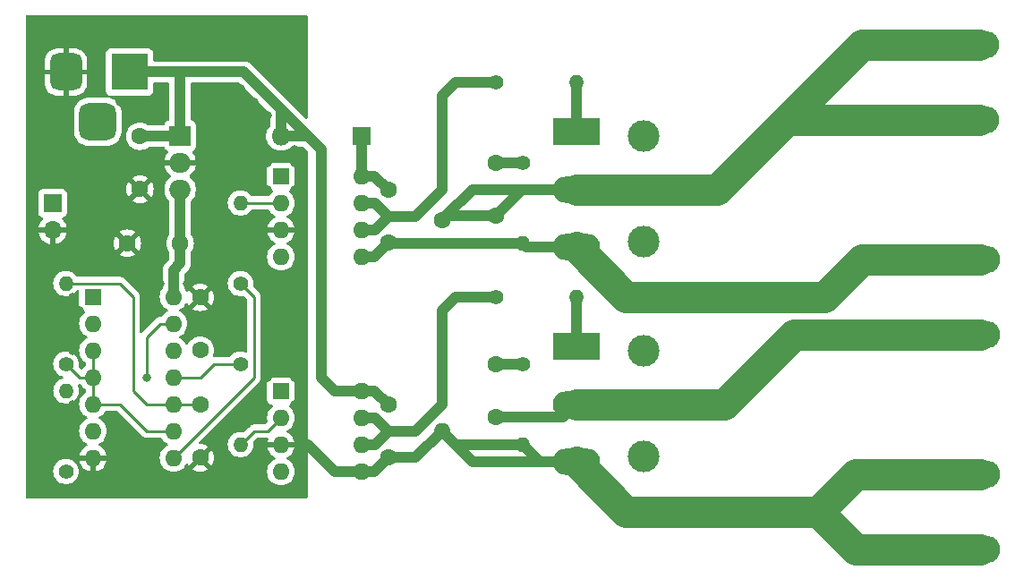
<source format=gbr>
%TF.GenerationSoftware,KiCad,Pcbnew,7.0.2*%
%TF.CreationDate,2023-10-17T20:48:39+09:00*%
%TF.ProjectId,Bridge,42726964-6765-42e6-9b69-6361645f7063,rev?*%
%TF.SameCoordinates,Original*%
%TF.FileFunction,Copper,L1,Top*%
%TF.FilePolarity,Positive*%
%FSLAX46Y46*%
G04 Gerber Fmt 4.6, Leading zero omitted, Abs format (unit mm)*
G04 Created by KiCad (PCBNEW 7.0.2) date 2023-10-17 20:48:39*
%MOMM*%
%LPD*%
G01*
G04 APERTURE LIST*
G04 Aperture macros list*
%AMRoundRect*
0 Rectangle with rounded corners*
0 $1 Rounding radius*
0 $2 $3 $4 $5 $6 $7 $8 $9 X,Y pos of 4 corners*
0 Add a 4 corners polygon primitive as box body*
4,1,4,$2,$3,$4,$5,$6,$7,$8,$9,$2,$3,0*
0 Add four circle primitives for the rounded corners*
1,1,$1+$1,$2,$3*
1,1,$1+$1,$4,$5*
1,1,$1+$1,$6,$7*
1,1,$1+$1,$8,$9*
0 Add four rect primitives between the rounded corners*
20,1,$1+$1,$2,$3,$4,$5,0*
20,1,$1+$1,$4,$5,$6,$7,0*
20,1,$1+$1,$6,$7,$8,$9,0*
20,1,$1+$1,$8,$9,$2,$3,0*%
G04 Aperture macros list end*
%TA.AperFunction,ComponentPad*%
%ADD10O,4.500000X2.500000*%
%TD*%
%TA.AperFunction,ComponentPad*%
%ADD11R,4.500000X2.500000*%
%TD*%
%TA.AperFunction,ComponentPad*%
%ADD12R,1.700000X1.700000*%
%TD*%
%TA.AperFunction,ComponentPad*%
%ADD13O,1.700000X1.700000*%
%TD*%
%TA.AperFunction,ComponentPad*%
%ADD14R,2.000000X1.905000*%
%TD*%
%TA.AperFunction,ComponentPad*%
%ADD15O,2.000000X1.905000*%
%TD*%
%TA.AperFunction,ComponentPad*%
%ADD16R,1.600000X1.600000*%
%TD*%
%TA.AperFunction,ComponentPad*%
%ADD17O,1.600000X1.600000*%
%TD*%
%TA.AperFunction,ComponentPad*%
%ADD18C,1.400000*%
%TD*%
%TA.AperFunction,ComponentPad*%
%ADD19O,1.400000X1.400000*%
%TD*%
%TA.AperFunction,ComponentPad*%
%ADD20RoundRect,0.875000X-0.875000X-0.875000X0.875000X-0.875000X0.875000X0.875000X-0.875000X0.875000X0*%
%TD*%
%TA.AperFunction,ComponentPad*%
%ADD21RoundRect,0.750000X-0.750000X-1.000000X0.750000X-1.000000X0.750000X1.000000X-0.750000X1.000000X0*%
%TD*%
%TA.AperFunction,ComponentPad*%
%ADD22R,3.500000X3.500000*%
%TD*%
%TA.AperFunction,ComponentPad*%
%ADD23O,3.800000X2.600000*%
%TD*%
%TA.AperFunction,ComponentPad*%
%ADD24C,3.000000*%
%TD*%
%TA.AperFunction,ComponentPad*%
%ADD25R,1.800000X1.800000*%
%TD*%
%TA.AperFunction,ComponentPad*%
%ADD26O,1.800000X1.800000*%
%TD*%
%TA.AperFunction,ComponentPad*%
%ADD27C,1.600000*%
%TD*%
%TA.AperFunction,ViaPad*%
%ADD28C,0.800000*%
%TD*%
%TA.AperFunction,Conductor*%
%ADD29C,1.000000*%
%TD*%
%TA.AperFunction,Conductor*%
%ADD30C,3.000000*%
%TD*%
%TA.AperFunction,Conductor*%
%ADD31C,0.250000*%
%TD*%
G04 APERTURE END LIST*
D10*
%TO.P,Q2,3,S*%
%TO.N,GND*%
X157480000Y-117210000D03*
%TO.P,Q2,2,D*%
%TO.N,Net-(J2-Pin_1)*%
X157480000Y-111760000D03*
D11*
%TO.P,Q2,1,G*%
%TO.N,Net-(Q2-G)*%
X157480000Y-106310000D03*
%TD*%
D10*
%TO.P,Q1,3,S*%
%TO.N,Net-(J2-Pin_1)*%
X157480000Y-96890000D03*
%TO.P,Q1,2,D*%
%TO.N,Net-(J1-Pin_1)*%
X157480000Y-91440000D03*
D11*
%TO.P,Q1,1,G*%
%TO.N,Net-(Q1-G)*%
X157480000Y-85990000D03*
%TD*%
D12*
%TO.P,J4,1,Pin_1*%
%TO.N,Net-(J4-Pin_1)*%
X107950000Y-92710000D03*
D13*
%TO.P,J4,2,Pin_2*%
%TO.N,GND*%
X107950000Y-95250000D03*
%TD*%
D14*
%TO.P,U4,1,IN*%
%TO.N,+12V*%
X120015000Y-86360000D03*
D15*
%TO.P,U4,2,GND*%
%TO.N,GND*%
X120015000Y-88900000D03*
%TO.P,U4,3,OUT*%
%TO.N,+5V*%
X120015000Y-91440000D03*
%TD*%
D16*
%TO.P,U3,1,NC*%
%TO.N,unconnected-(U3-NC-Pad1)*%
X129550000Y-110500000D03*
D17*
%TO.P,U3,2,A*%
%TO.N,Net-(U3-A)*%
X129550000Y-113040000D03*
%TO.P,U3,3,C*%
%TO.N,GND*%
X129550000Y-115580000D03*
%TO.P,U3,4,NC*%
%TO.N,unconnected-(U3-NC-Pad4)*%
X129550000Y-118120000D03*
%TO.P,U3,5,VEE*%
%TO.N,GND*%
X137170000Y-118120000D03*
%TO.P,U3,6,VO*%
%TO.N,Net-(R4-Pad1)*%
X137170000Y-115580000D03*
%TO.P,U3,7,VO*%
X137170000Y-113040000D03*
%TO.P,U3,8,VCC*%
%TO.N,+12V*%
X137170000Y-110500000D03*
%TD*%
D16*
%TO.P,U2,1,NC*%
%TO.N,unconnected-(U2-NC-Pad1)*%
X129550000Y-90180000D03*
D17*
%TO.P,U2,2,A*%
%TO.N,Net-(U2-A)*%
X129550000Y-92720000D03*
%TO.P,U2,3,C*%
%TO.N,GND*%
X129550000Y-95260000D03*
%TO.P,U2,4,NC*%
%TO.N,unconnected-(U2-NC-Pad4)*%
X129550000Y-97800000D03*
%TO.P,U2,5,VEE*%
%TO.N,Net-(J2-Pin_1)*%
X137170000Y-97800000D03*
%TO.P,U2,6,VO*%
%TO.N,Net-(R3-Pad1)*%
X137170000Y-95260000D03*
%TO.P,U2,7,VO*%
X137170000Y-92720000D03*
%TO.P,U2,8,VCC*%
%TO.N,Net-(D1-K)*%
X137170000Y-90180000D03*
%TD*%
D16*
%TO.P,U1,1*%
%TO.N,Net-(J4-Pin_1)*%
X111770000Y-101595000D03*
D17*
%TO.P,U1,2*%
X111770000Y-104135000D03*
%TO.P,U1,3*%
%TO.N,Net-(R7-Pad1)*%
X111770000Y-106675000D03*
%TO.P,U1,4*%
X111770000Y-109215000D03*
%TO.P,U1,5*%
X111770000Y-111755000D03*
%TO.P,U1,6*%
%TO.N,Net-(R8-Pad1)*%
X111770000Y-114295000D03*
%TO.P,U1,7,GND*%
%TO.N,GND*%
X111770000Y-116835000D03*
%TO.P,U1,8*%
%TO.N,Net-(R5-Pad1)*%
X119390000Y-116835000D03*
%TO.P,U1,9*%
%TO.N,Net-(R7-Pad1)*%
X119390000Y-114295000D03*
%TO.P,U1,10*%
%TO.N,Net-(C6-Pad1)*%
X119390000Y-111755000D03*
%TO.P,U1,11*%
%TO.N,Net-(R6-Pad1)*%
X119390000Y-109215000D03*
%TO.P,U1,12*%
%TO.N,Net-(C7-Pad2)*%
X119390000Y-106675000D03*
%TO.P,U1,13*%
%TO.N,Net-(R8-Pad1)*%
X119390000Y-104135000D03*
%TO.P,U1,14,VCC*%
%TO.N,+5V*%
X119390000Y-101595000D03*
%TD*%
D18*
%TO.P,R8,1*%
%TO.N,Net-(R8-Pad1)*%
X109220000Y-118110000D03*
D19*
%TO.P,R8,2*%
%TO.N,Net-(C7-Pad2)*%
X109220000Y-110490000D03*
%TD*%
D18*
%TO.P,R7,1*%
%TO.N,Net-(R7-Pad1)*%
X109220000Y-107950000D03*
D19*
%TO.P,R7,2*%
%TO.N,Net-(C6-Pad1)*%
X109220000Y-100330000D03*
%TD*%
D18*
%TO.P,R6,1*%
%TO.N,Net-(R6-Pad1)*%
X125730000Y-107950000D03*
D19*
%TO.P,R6,2*%
%TO.N,Net-(U3-A)*%
X125730000Y-115570000D03*
%TD*%
D18*
%TO.P,R5,1*%
%TO.N,Net-(R5-Pad1)*%
X125730000Y-100330000D03*
D19*
%TO.P,R5,2*%
%TO.N,Net-(U2-A)*%
X125730000Y-92710000D03*
%TD*%
%TO.P,R4,2*%
%TO.N,Net-(Q2-G)*%
X157480000Y-101600000D03*
D18*
%TO.P,R4,1*%
%TO.N,Net-(R4-Pad1)*%
X149860000Y-101600000D03*
%TD*%
%TO.P,R3,1*%
%TO.N,Net-(R3-Pad1)*%
X149860000Y-81280000D03*
D19*
%TO.P,R3,2*%
%TO.N,Net-(Q1-G)*%
X157480000Y-81280000D03*
%TD*%
D18*
%TO.P,R2,1*%
%TO.N,Net-(C2-Pad2)*%
X152400000Y-107950000D03*
D19*
%TO.P,R2,2*%
%TO.N,GND*%
X152400000Y-115570000D03*
%TD*%
D18*
%TO.P,R1,1*%
%TO.N,Net-(C1-Pad2)*%
X152400000Y-88900000D03*
D19*
%TO.P,R1,2*%
%TO.N,Net-(J2-Pin_1)*%
X152400000Y-96520000D03*
%TD*%
D20*
%TO.P,J5,3*%
%TO.N,N/C*%
X112220000Y-85022500D03*
D21*
%TO.P,J5,2*%
%TO.N,GND*%
X109220000Y-80322500D03*
D22*
%TO.P,J5,1*%
%TO.N,+12V*%
X115220000Y-80322500D03*
%TD*%
D23*
%TO.P,J3,1,Pin_1*%
%TO.N,GND*%
X185500000Y-118370000D03*
X190580000Y-118370000D03*
X195660000Y-118370000D03*
X195660000Y-125476000D03*
X190580000Y-125482000D03*
X185500000Y-125482000D03*
%TD*%
%TO.P,J2,1,Pin_1*%
%TO.N,Net-(J2-Pin_1)*%
X185500000Y-98050000D03*
X190580000Y-98050000D03*
X195660000Y-98050000D03*
X195660000Y-105156000D03*
X190580000Y-105162000D03*
X185500000Y-105162000D03*
%TD*%
%TO.P,J1,1,Pin_1*%
%TO.N,Net-(J1-Pin_1)*%
X185420000Y-84842000D03*
X190500000Y-84842000D03*
X195580000Y-84836000D03*
X195580000Y-77730000D03*
X190500000Y-77730000D03*
X185420000Y-77730000D03*
%TD*%
D24*
%TO.P,HS2,2*%
%TO.N,GND*%
X163830000Y-116680000D03*
%TO.P,HS2,1*%
X163830000Y-106680000D03*
%TD*%
%TO.P,HS1,2*%
%TO.N,GND*%
X163830000Y-96360000D03*
%TO.P,HS1,1*%
X163830000Y-86360000D03*
%TD*%
D25*
%TO.P,D1,1,K*%
%TO.N,Net-(D1-K)*%
X137160000Y-86360000D03*
D26*
%TO.P,D1,2,A*%
%TO.N,+12V*%
X129540000Y-86360000D03*
%TD*%
D27*
%TO.P,C9,1*%
%TO.N,+5V*%
X120015000Y-96520000D03*
%TO.P,C9,2*%
%TO.N,GND*%
X115015000Y-96520000D03*
%TD*%
%TO.P,C8,1*%
%TO.N,+12V*%
X116205000Y-86400000D03*
%TO.P,C8,2*%
%TO.N,GND*%
X116205000Y-91400000D03*
%TD*%
%TO.P,C7,1*%
%TO.N,GND*%
X121920000Y-101640000D03*
%TO.P,C7,2*%
%TO.N,Net-(C7-Pad2)*%
X121920000Y-106640000D03*
%TD*%
%TO.P,C6,1*%
%TO.N,Net-(C6-Pad1)*%
X121920000Y-111800000D03*
%TO.P,C6,2*%
%TO.N,GND*%
X121920000Y-116800000D03*
%TD*%
%TO.P,C5,1*%
%TO.N,+12V*%
X139700000Y-111800000D03*
%TO.P,C5,2*%
%TO.N,GND*%
X139700000Y-116800000D03*
%TD*%
%TO.P,C4,1*%
%TO.N,Net-(D1-K)*%
X139700000Y-91480000D03*
%TO.P,C4,2*%
%TO.N,Net-(J2-Pin_1)*%
X139700000Y-96480000D03*
%TD*%
%TO.P,C3,1*%
%TO.N,Net-(J1-Pin_1)*%
X144780000Y-94300000D03*
D17*
%TO.P,C3,2*%
%TO.N,GND*%
X144780000Y-114300000D03*
%TD*%
D27*
%TO.P,C2,2*%
%TO.N,Net-(C2-Pad2)*%
X149860000Y-107990000D03*
%TO.P,C2,1*%
%TO.N,Net-(J2-Pin_1)*%
X149860000Y-112990000D03*
%TD*%
%TO.P,C1,1*%
%TO.N,Net-(J1-Pin_1)*%
X149860000Y-93900000D03*
%TO.P,C1,2*%
%TO.N,Net-(C1-Pad2)*%
X149860000Y-88900000D03*
%TD*%
D28*
%TO.N,GND*%
X121920000Y-84455000D03*
X121920000Y-83185000D03*
X118110000Y-84455000D03*
X118110000Y-83185000D03*
X127000000Y-91440000D03*
X124460000Y-91440000D03*
X124460000Y-93980000D03*
X127000000Y-93980000D03*
X107950000Y-90805000D03*
X109220000Y-90805000D03*
X110490000Y-91440000D03*
X111760000Y-92075000D03*
X113030000Y-93345000D03*
X113030000Y-95250000D03*
X113030000Y-97155000D03*
X110490000Y-97155000D03*
X110490000Y-95250000D03*
X109855000Y-93980000D03*
X127635000Y-113030000D03*
X126365000Y-113665000D03*
X123825000Y-116205000D03*
X125095000Y-117475000D03*
X126365000Y-117475000D03*
X127635000Y-118110000D03*
X127635000Y-116840000D03*
X127635000Y-115570000D03*
X118110000Y-118110000D03*
X118110000Y-115570000D03*
X116205000Y-115570000D03*
X114935000Y-114300000D03*
X113665000Y-114300000D03*
X113030000Y-115570000D03*
X109855000Y-114300000D03*
X108585000Y-115570000D03*
X107950000Y-116840000D03*
X110490000Y-113030000D03*
X109855000Y-111760000D03*
X107950000Y-111760000D03*
X107950000Y-109220000D03*
X107950000Y-106680000D03*
X109855000Y-106680000D03*
X110490000Y-105410000D03*
X110490000Y-102870000D03*
X109855000Y-101600000D03*
X107950000Y-101600000D03*
X107950000Y-99060000D03*
X110490000Y-99060000D03*
X113030000Y-99060000D03*
X114300000Y-99060000D03*
X115570000Y-99695000D03*
X116840000Y-100965000D03*
X116840000Y-102235000D03*
X116840000Y-103505000D03*
X118110000Y-102870000D03*
X118110000Y-100330000D03*
X120650000Y-100330000D03*
X120650000Y-102870000D03*
X120650000Y-105410000D03*
X123190000Y-105410000D03*
X124460000Y-106680000D03*
X125730000Y-106045000D03*
X125730000Y-104775000D03*
X125730000Y-103505000D03*
X125730000Y-102235000D03*
X124460000Y-101600000D03*
X124460000Y-99060000D03*
X127000000Y-99060000D03*
X127635000Y-100330000D03*
X128270000Y-101600000D03*
X128270000Y-102870000D03*
X128270000Y-104140000D03*
X128270000Y-105410000D03*
X128270000Y-106680000D03*
X128270000Y-107950000D03*
X128270000Y-109220000D03*
X127000000Y-111125000D03*
X125730000Y-112395000D03*
X124460000Y-113665000D03*
X123190000Y-114935000D03*
X128270000Y-99060000D03*
X128270000Y-96520000D03*
X128270000Y-93980000D03*
X128270000Y-91440000D03*
X128270000Y-88900000D03*
X128270000Y-87630000D03*
X127635000Y-86360000D03*
X128270000Y-84455000D03*
X127000000Y-83185000D03*
X125730000Y-81915000D03*
X124460000Y-81915000D03*
X123190000Y-81915000D03*
X121920000Y-81915000D03*
X118110000Y-81915000D03*
X116840000Y-83185000D03*
X115570000Y-83185000D03*
X114300000Y-83185000D03*
X112395000Y-81280000D03*
X112395000Y-80010000D03*
X112395000Y-78740000D03*
X113030000Y-77470000D03*
X114300000Y-77470000D03*
X115570000Y-77470000D03*
X116840000Y-77470000D03*
X118110000Y-77470000D03*
X118110000Y-78740000D03*
X119380000Y-78740000D03*
X120650000Y-78740000D03*
X121920000Y-78740000D03*
X123190000Y-78740000D03*
X124460000Y-78740000D03*
X125730000Y-78740000D03*
X127000000Y-78740000D03*
X128270000Y-80010000D03*
X129540000Y-81280000D03*
X130810000Y-77470000D03*
X130810000Y-78740000D03*
X130810000Y-80010000D03*
X130810000Y-81280000D03*
X130810000Y-82550000D03*
X130810000Y-87630000D03*
X130810000Y-88900000D03*
X130810000Y-91440000D03*
X130810000Y-93980000D03*
X130810000Y-96520000D03*
X130810000Y-100330000D03*
X130810000Y-99060000D03*
X130810000Y-101600000D03*
X130810000Y-102870000D03*
X130810000Y-104140000D03*
X130810000Y-105410000D03*
X130810000Y-106680000D03*
X130810000Y-107950000D03*
X130810000Y-109220000D03*
X130810000Y-111760000D03*
X130810000Y-114300000D03*
X130810000Y-116840000D03*
X130810000Y-119380000D03*
X128270000Y-119380000D03*
X127000000Y-119380000D03*
X125730000Y-119380000D03*
X124460000Y-119380000D03*
X123190000Y-119380000D03*
X120650000Y-119380000D03*
X121920000Y-119380000D03*
X119380000Y-119380000D03*
X118110000Y-119380000D03*
X116840000Y-119380000D03*
X115570000Y-119380000D03*
X114300000Y-119380000D03*
X113030000Y-119380000D03*
X111760000Y-119380000D03*
X110490000Y-119380000D03*
X107950000Y-119380000D03*
X106680000Y-118110000D03*
X106680000Y-115570000D03*
X106680000Y-113030000D03*
X106680000Y-110490000D03*
X106680000Y-107950000D03*
X106680000Y-105410000D03*
X106680000Y-102870000D03*
X106680000Y-100330000D03*
X106680000Y-97790000D03*
X106680000Y-90170000D03*
X106680000Y-87630000D03*
X106680000Y-85090000D03*
X106680000Y-82550000D03*
X106680000Y-80010000D03*
X106680000Y-77470000D03*
X107950000Y-76200000D03*
X110490000Y-76200000D03*
X113030000Y-76200000D03*
X115570000Y-76200000D03*
X118110000Y-76200000D03*
X120650000Y-76200000D03*
X123190000Y-76200000D03*
X125730000Y-76200000D03*
X128270000Y-76200000D03*
X130810000Y-76200000D03*
X129540000Y-76200000D03*
X127000000Y-76200000D03*
X124460000Y-76200000D03*
X121920000Y-76200000D03*
X119380000Y-76200000D03*
X116840000Y-76200000D03*
X114300000Y-76200000D03*
X111760000Y-76200000D03*
X109220000Y-76200000D03*
X106680000Y-88900000D03*
X106680000Y-86360000D03*
X106680000Y-83820000D03*
X106680000Y-81280000D03*
X106680000Y-78740000D03*
X106680000Y-76200000D03*
X106680000Y-99060000D03*
X106680000Y-101600000D03*
X106680000Y-104140000D03*
X106680000Y-106680000D03*
X106680000Y-109220000D03*
X106680000Y-111760000D03*
X106680000Y-114300000D03*
X106680000Y-116840000D03*
X106680000Y-119380000D03*
%TO.N,Net-(R8-Pad1)*%
X116840000Y-109220000D03*
%TD*%
D29*
%TO.N,GND*%
X132080000Y-115570000D02*
X131445000Y-115570000D01*
%TO.N,+5V*%
X119390000Y-99070000D02*
X119390000Y-101595000D01*
X119380000Y-99060000D02*
X119390000Y-99070000D01*
X120015000Y-98425000D02*
X119380000Y-99060000D01*
X120015000Y-96520000D02*
X120015000Y-98425000D01*
X120015000Y-91440000D02*
X120015000Y-96520000D01*
%TO.N,+12V*%
X116245000Y-86360000D02*
X116205000Y-86400000D01*
X120015000Y-86360000D02*
X116245000Y-86360000D01*
X120015000Y-80322500D02*
X120015000Y-86360000D01*
X120015000Y-80322500D02*
X126042500Y-80322500D01*
X115220000Y-80322500D02*
X120015000Y-80322500D01*
D30*
%TO.N,GND*%
X162190000Y-121920000D02*
X157480000Y-117210000D01*
X180340000Y-121920000D02*
X162190000Y-121920000D01*
X185506000Y-125476000D02*
X185500000Y-125482000D01*
X195660000Y-125476000D02*
X185506000Y-125476000D01*
X183902000Y-125482000D02*
X185500000Y-125482000D01*
X183890000Y-118370000D02*
X180340000Y-121920000D01*
X180340000Y-121920000D02*
X183902000Y-125482000D01*
X195660000Y-118370000D02*
X183890000Y-118370000D01*
%TO.N,Net-(J2-Pin_1)*%
X171450000Y-111760000D02*
X178048000Y-105162000D01*
X157480000Y-111760000D02*
X171450000Y-111760000D01*
X178048000Y-105162000D02*
X185500000Y-105162000D01*
X172085000Y-101600000D02*
X178515242Y-101600000D01*
X172085000Y-101600000D02*
X162190000Y-101600000D01*
X180975000Y-101600000D02*
X172085000Y-101600000D01*
X162190000Y-101600000D02*
X157480000Y-96890000D01*
X195654000Y-105162000D02*
X195660000Y-105156000D01*
X185500000Y-105162000D02*
X195654000Y-105162000D01*
X184525000Y-98050000D02*
X180975000Y-101600000D01*
X185500000Y-98050000D02*
X184525000Y-98050000D01*
X195660000Y-98050000D02*
X185500000Y-98050000D01*
%TO.N,Net-(J1-Pin_1)*%
X177546000Y-84836000D02*
X177482500Y-84772500D01*
X177482500Y-84772500D02*
X170815000Y-91440000D01*
X184525000Y-77730000D02*
X177482500Y-84772500D01*
X195580000Y-84836000D02*
X177546000Y-84836000D01*
X170815000Y-91440000D02*
X157480000Y-91440000D01*
X185420000Y-77730000D02*
X184525000Y-77730000D01*
X195580000Y-77730000D02*
X185420000Y-77730000D01*
D29*
%TO.N,GND*%
X132080000Y-115570000D02*
X132070000Y-115580000D01*
X134630000Y-118120000D02*
X132080000Y-115570000D01*
X137170000Y-118120000D02*
X134630000Y-118120000D01*
%TO.N,Net-(R4-Pad1)*%
X146050000Y-101600000D02*
X149860000Y-101600000D01*
X144780000Y-102870000D02*
X146050000Y-101600000D01*
X144780000Y-111760000D02*
X144780000Y-102870000D01*
X139700000Y-114300000D02*
X142240000Y-114300000D01*
X142240000Y-114300000D02*
X144780000Y-111760000D01*
%TO.N,Net-(Q2-G)*%
X157480000Y-106310000D02*
X157480000Y-101600000D01*
%TO.N,Net-(Q1-G)*%
X157480000Y-85990000D02*
X157480000Y-81280000D01*
%TO.N,Net-(R3-Pad1)*%
X146050000Y-81280000D02*
X149860000Y-81280000D01*
X144780000Y-82550000D02*
X146050000Y-81280000D01*
X144780000Y-91440000D02*
X144780000Y-82550000D01*
X139700000Y-93980000D02*
X142240000Y-93980000D01*
X142240000Y-93980000D02*
X144780000Y-91440000D01*
%TO.N,Net-(R4-Pad1)*%
X138420000Y-115580000D02*
X137170000Y-115580000D01*
X138440000Y-113040000D02*
X139700000Y-114300000D01*
X137170000Y-113040000D02*
X138440000Y-113040000D01*
X139700000Y-114300000D02*
X138420000Y-115580000D01*
%TO.N,Net-(R3-Pad1)*%
X138440000Y-92720000D02*
X139700000Y-93980000D01*
X137170000Y-92720000D02*
X138440000Y-92720000D01*
X139700000Y-93980000D02*
X138420000Y-95260000D01*
X138420000Y-95260000D02*
X137170000Y-95260000D01*
%TO.N,Net-(J2-Pin_1)*%
X156250000Y-112990000D02*
X157480000Y-111760000D01*
X149860000Y-112990000D02*
X156250000Y-112990000D01*
%TO.N,Net-(C2-Pad2)*%
X149900000Y-107950000D02*
X149860000Y-107990000D01*
X152400000Y-107950000D02*
X149900000Y-107950000D01*
%TO.N,GND*%
X147690000Y-117210000D02*
X146050000Y-115570000D01*
X154040000Y-117210000D02*
X147690000Y-117210000D01*
%TO.N,Net-(J1-Pin_1)*%
X147640000Y-91440000D02*
X145180000Y-93900000D01*
X152320000Y-91440000D02*
X147640000Y-91440000D01*
%TO.N,GND*%
X142280000Y-116800000D02*
X144780000Y-114300000D01*
X139700000Y-116800000D02*
X142280000Y-116800000D01*
X146050000Y-115570000D02*
X144780000Y-114300000D01*
X152400000Y-115570000D02*
X146050000Y-115570000D01*
X154040000Y-117210000D02*
X152400000Y-115570000D01*
X157480000Y-117210000D02*
X154040000Y-117210000D01*
%TO.N,Net-(C1-Pad2)*%
X152400000Y-88900000D02*
X149860000Y-88900000D01*
%TO.N,Net-(J1-Pin_1)*%
X145180000Y-93900000D02*
X144780000Y-94300000D01*
X149860000Y-93900000D02*
X145180000Y-93900000D01*
X157480000Y-91440000D02*
X152320000Y-91440000D01*
X152320000Y-91440000D02*
X149860000Y-93900000D01*
%TO.N,Net-(J2-Pin_1)*%
X139740000Y-96520000D02*
X139700000Y-96480000D01*
X152400000Y-96520000D02*
X139740000Y-96520000D01*
X152770000Y-96890000D02*
X152400000Y-96520000D01*
X157480000Y-96890000D02*
X152770000Y-96890000D01*
%TO.N,Net-(D1-K)*%
X137170000Y-90180000D02*
X137170000Y-86370000D01*
X138400000Y-90180000D02*
X139700000Y-91480000D01*
%TO.N,Net-(J2-Pin_1)*%
X138380000Y-97800000D02*
X139700000Y-96480000D01*
X137170000Y-97800000D02*
X138380000Y-97800000D01*
%TO.N,Net-(D1-K)*%
X137170000Y-86370000D02*
X137160000Y-86360000D01*
X137170000Y-90180000D02*
X138400000Y-90180000D01*
%TO.N,GND*%
X138380000Y-118120000D02*
X139700000Y-116800000D01*
X137170000Y-118120000D02*
X138380000Y-118120000D01*
%TO.N,+12V*%
X138400000Y-110500000D02*
X139700000Y-111800000D01*
X137170000Y-110500000D02*
X138400000Y-110500000D01*
X132080000Y-86360000D02*
X129540000Y-83820000D01*
X132080000Y-86360000D02*
X129540000Y-86360000D01*
X133350000Y-87630000D02*
X132080000Y-86360000D01*
X133350000Y-109220000D02*
X133350000Y-87630000D01*
X134630000Y-110500000D02*
X133350000Y-109220000D01*
X137170000Y-110500000D02*
X134630000Y-110500000D01*
X129540000Y-83820000D02*
X129540000Y-86360000D01*
X126042500Y-80322500D02*
X129540000Y-83820000D01*
D31*
%TO.N,Net-(U2-A)*%
X129540000Y-92710000D02*
X129550000Y-92720000D01*
X125730000Y-92710000D02*
X129540000Y-92710000D01*
%TO.N,Net-(U3-A)*%
X128290000Y-114300000D02*
X129550000Y-113040000D01*
X127000000Y-114300000D02*
X128290000Y-114300000D01*
X125730000Y-115570000D02*
X127000000Y-114300000D01*
%TO.N,Net-(R6-Pad1)*%
X121915000Y-109215000D02*
X119390000Y-109215000D01*
X121920000Y-109220000D02*
X121915000Y-109215000D01*
X123190000Y-107950000D02*
X121920000Y-109220000D01*
X125730000Y-107950000D02*
X123190000Y-107950000D01*
%TO.N,Net-(R5-Pad1)*%
X127000000Y-101600000D02*
X125730000Y-100330000D01*
X127000000Y-109225000D02*
X127000000Y-101600000D01*
X119390000Y-116835000D02*
X127000000Y-109225000D01*
%TO.N,Net-(R8-Pad1)*%
X118115000Y-104135000D02*
X119390000Y-104135000D01*
X116840000Y-105410000D02*
X118115000Y-104135000D01*
X116840000Y-109220000D02*
X116840000Y-105410000D01*
%TO.N,Net-(C6-Pad1)*%
X121875000Y-111755000D02*
X121920000Y-111800000D01*
X119390000Y-111755000D02*
X121875000Y-111755000D01*
X116845000Y-111755000D02*
X119390000Y-111755000D01*
X116840000Y-111760000D02*
X116845000Y-111755000D01*
X115570000Y-110490000D02*
X116840000Y-111760000D01*
X115570000Y-101600000D02*
X115570000Y-110490000D01*
X114300000Y-100330000D02*
X115570000Y-101600000D01*
X109220000Y-100330000D02*
X114300000Y-100330000D01*
%TO.N,Net-(R7-Pad1)*%
X116845000Y-114295000D02*
X119390000Y-114295000D01*
X116840000Y-114300000D02*
X116845000Y-114295000D01*
X114295000Y-111755000D02*
X116840000Y-114300000D01*
X111770000Y-111755000D02*
X114295000Y-111755000D01*
X111770000Y-106675000D02*
X111770000Y-111755000D01*
X110485000Y-109215000D02*
X111770000Y-109215000D01*
X109220000Y-107950000D02*
X110485000Y-109215000D01*
%TD*%
%TA.AperFunction,Conductor*%
%TO.N,GND*%
G36*
X132023039Y-74949685D02*
G01*
X132068794Y-75002489D01*
X132080000Y-75054000D01*
X132080000Y-84645717D01*
X132060315Y-84712756D01*
X132007511Y-84758511D01*
X131938353Y-84768455D01*
X131874797Y-84739430D01*
X131868319Y-84733398D01*
X130333632Y-83198712D01*
X130333628Y-83198706D01*
X130277693Y-83142772D01*
X130271287Y-83135860D01*
X130232864Y-83091102D01*
X130208804Y-83072478D01*
X130197026Y-83062105D01*
X126760067Y-79625147D01*
X126757912Y-79622938D01*
X126697559Y-79559447D01*
X126649140Y-79525746D01*
X126641618Y-79520075D01*
X126595905Y-79482800D01*
X126568940Y-79468715D01*
X126555519Y-79460584D01*
X126530549Y-79443205D01*
X126530548Y-79443204D01*
X126530546Y-79443203D01*
X126476345Y-79419943D01*
X126467836Y-79415902D01*
X126415553Y-79388592D01*
X126409626Y-79386896D01*
X126386298Y-79380221D01*
X126371520Y-79374959D01*
X126343558Y-79362960D01*
X126285772Y-79351083D01*
X126276628Y-79348838D01*
X126219921Y-79332613D01*
X126189575Y-79330302D01*
X126174034Y-79328122D01*
X126144242Y-79322000D01*
X126144241Y-79322000D01*
X126085258Y-79322000D01*
X126075844Y-79321642D01*
X126061766Y-79320570D01*
X126017024Y-79317163D01*
X126017023Y-79317163D01*
X126017022Y-79317163D01*
X125986849Y-79321006D01*
X125971183Y-79322000D01*
X120043501Y-79322000D01*
X120037221Y-79321841D01*
X120033297Y-79321642D01*
X119964064Y-79318130D01*
X119949559Y-79320353D01*
X119948142Y-79320570D01*
X119929365Y-79322000D01*
X117594499Y-79322000D01*
X117527460Y-79302315D01*
X117481705Y-79249511D01*
X117470499Y-79198000D01*
X117470499Y-78527939D01*
X117470499Y-78524628D01*
X117464091Y-78465017D01*
X117413796Y-78330169D01*
X117327546Y-78214954D01*
X117212331Y-78128704D01*
X117077483Y-78078409D01*
X117077482Y-78078408D01*
X117021166Y-78072354D01*
X117021165Y-78072353D01*
X117017873Y-78072000D01*
X117014550Y-78072000D01*
X113425439Y-78072000D01*
X113425420Y-78072000D01*
X113422128Y-78072001D01*
X113418848Y-78072353D01*
X113418840Y-78072354D01*
X113362515Y-78078409D01*
X113227669Y-78128704D01*
X113112454Y-78214954D01*
X113026204Y-78330168D01*
X112975909Y-78465016D01*
X112970195Y-78518167D01*
X112969500Y-78524627D01*
X112969500Y-78527948D01*
X112969500Y-78527949D01*
X112969500Y-82117060D01*
X112969500Y-82117078D01*
X112969501Y-82120372D01*
X112975909Y-82179983D01*
X113026204Y-82314831D01*
X113112454Y-82430046D01*
X113227669Y-82516296D01*
X113274940Y-82533927D01*
X113330873Y-82575796D01*
X113355291Y-82641261D01*
X113340440Y-82709534D01*
X113291035Y-82758940D01*
X113225033Y-82773934D01*
X113190242Y-82772086D01*
X113190240Y-82772085D01*
X113188622Y-82772000D01*
X111251378Y-82772000D01*
X111249753Y-82772086D01*
X111249727Y-82772087D01*
X111203040Y-82774567D01*
X111203031Y-82774568D01*
X111198759Y-82774795D01*
X111194561Y-82775606D01*
X111194552Y-82775608D01*
X110968877Y-82819254D01*
X110749807Y-82901927D01*
X110547868Y-83020430D01*
X110368858Y-83171358D01*
X110217930Y-83350368D01*
X110099427Y-83552307D01*
X110016754Y-83771377D01*
X109973108Y-83997052D01*
X109973106Y-83997061D01*
X109972295Y-84001259D01*
X109972068Y-84005531D01*
X109972067Y-84005540D01*
X109969587Y-84052227D01*
X109969586Y-84052253D01*
X109969500Y-84053878D01*
X109969500Y-85991122D01*
X109969586Y-85992747D01*
X109969587Y-85992772D01*
X109972067Y-86039459D01*
X109972067Y-86039466D01*
X109972295Y-86043741D01*
X109973107Y-86047940D01*
X109973108Y-86047947D01*
X110016754Y-86273622D01*
X110016755Y-86273626D01*
X110099426Y-86492690D01*
X110217930Y-86694632D01*
X110368858Y-86873642D01*
X110547868Y-87024570D01*
X110749810Y-87143074D01*
X110968874Y-87225745D01*
X111198759Y-87270205D01*
X111251378Y-87273000D01*
X111253022Y-87273000D01*
X113186978Y-87273000D01*
X113188622Y-87273000D01*
X113241241Y-87270205D01*
X113471126Y-87225745D01*
X113690190Y-87143074D01*
X113892132Y-87024570D01*
X114071142Y-86873642D01*
X114222070Y-86694632D01*
X114340574Y-86492690D01*
X114423245Y-86273626D01*
X114467705Y-86043741D01*
X114470500Y-85991122D01*
X114470500Y-84053878D01*
X114467705Y-84001259D01*
X114423245Y-83771374D01*
X114340574Y-83552310D01*
X114222070Y-83350368D01*
X114071142Y-83171358D01*
X113892132Y-83020430D01*
X113690190Y-82901926D01*
X113471126Y-82819255D01*
X113471121Y-82819254D01*
X113468475Y-82818742D01*
X113464974Y-82816934D01*
X113461251Y-82815529D01*
X113461414Y-82815095D01*
X113406395Y-82786682D01*
X113371503Y-82726148D01*
X113374876Y-82656360D01*
X113415445Y-82599475D01*
X113480328Y-82573552D01*
X113492007Y-82572999D01*
X117017872Y-82572999D01*
X117077483Y-82566591D01*
X117212331Y-82516296D01*
X117327546Y-82430046D01*
X117413796Y-82314831D01*
X117464091Y-82179983D01*
X117470500Y-82120373D01*
X117470500Y-81447000D01*
X117490185Y-81379961D01*
X117542989Y-81334206D01*
X117594500Y-81323000D01*
X118890500Y-81323000D01*
X118957539Y-81342685D01*
X119003294Y-81395489D01*
X119014500Y-81447000D01*
X119014500Y-84790523D01*
X118994815Y-84857562D01*
X118942011Y-84903317D01*
X118913878Y-84911036D01*
X118772669Y-84963704D01*
X118657454Y-85049954D01*
X118571204Y-85165169D01*
X118528810Y-85278833D01*
X118486939Y-85334767D01*
X118421474Y-85359184D01*
X118412628Y-85359500D01*
X117025462Y-85359500D01*
X116958423Y-85339815D01*
X116954339Y-85337075D01*
X116901411Y-85300015D01*
X116857734Y-85269432D01*
X116651497Y-85173261D01*
X116431689Y-85114364D01*
X116204999Y-85094531D01*
X115978310Y-85114364D01*
X115758502Y-85173261D01*
X115552264Y-85269432D01*
X115365859Y-85399953D01*
X115204953Y-85560859D01*
X115074432Y-85747264D01*
X114978261Y-85953502D01*
X114919364Y-86173310D01*
X114899531Y-86400000D01*
X114919364Y-86626689D01*
X114978261Y-86846497D01*
X115074432Y-87052735D01*
X115204953Y-87239140D01*
X115365859Y-87400046D01*
X115552264Y-87530567D01*
X115552265Y-87530567D01*
X115552266Y-87530568D01*
X115758504Y-87626739D01*
X115978308Y-87685635D01*
X116129435Y-87698857D01*
X116204999Y-87705468D01*
X116204999Y-87705467D01*
X116205000Y-87705468D01*
X116431692Y-87685635D01*
X116651496Y-87626739D01*
X116857734Y-87530568D01*
X117044139Y-87400047D01*
X117044140Y-87400046D01*
X117047368Y-87396819D01*
X117108691Y-87363334D01*
X117135049Y-87360500D01*
X118412628Y-87360500D01*
X118479667Y-87380185D01*
X118525422Y-87432989D01*
X118528810Y-87441167D01*
X118571204Y-87554831D01*
X118657454Y-87670046D01*
X118772669Y-87756296D01*
X118803805Y-87767909D01*
X118859738Y-87809779D01*
X118884155Y-87875243D01*
X118869304Y-87943516D01*
X118858325Y-87960252D01*
X118747347Y-88102836D01*
X118632780Y-88314539D01*
X118554619Y-88542207D01*
X118536633Y-88649999D01*
X118536634Y-88650000D01*
X119520148Y-88650000D01*
X119471441Y-88787047D01*
X119461123Y-88937886D01*
X119491884Y-89085915D01*
X119525090Y-89150000D01*
X118536633Y-89150000D01*
X118554619Y-89257792D01*
X118632780Y-89485460D01*
X118747348Y-89697164D01*
X118895201Y-89887126D01*
X119072294Y-90050153D01*
X119096385Y-90065892D01*
X119141742Y-90119038D01*
X119151166Y-90188269D01*
X119121665Y-90251605D01*
X119096388Y-90273508D01*
X119071992Y-90289446D01*
X118894829Y-90452536D01*
X118746929Y-90642559D01*
X118632319Y-90854340D01*
X118554134Y-91082084D01*
X118514499Y-91319601D01*
X118514499Y-91560398D01*
X118554134Y-91797915D01*
X118632319Y-92025659D01*
X118632321Y-92025664D01*
X118746928Y-92237439D01*
X118775752Y-92274472D01*
X118894831Y-92427466D01*
X118974482Y-92500788D01*
X119010473Y-92560674D01*
X119014500Y-92592018D01*
X119014500Y-95642410D01*
X118994815Y-95709449D01*
X118992075Y-95713533D01*
X118884432Y-95867264D01*
X118788261Y-96073502D01*
X118729364Y-96293310D01*
X118709531Y-96519999D01*
X118729364Y-96746689D01*
X118788261Y-96966497D01*
X118884432Y-97172734D01*
X118992075Y-97326465D01*
X119014402Y-97392671D01*
X119014500Y-97397588D01*
X119014500Y-97959216D01*
X118994815Y-98026255D01*
X118978181Y-98046897D01*
X118692702Y-98332376D01*
X118688151Y-98336703D01*
X118652022Y-98369346D01*
X118633787Y-98385821D01*
X118623726Y-98399523D01*
X118590441Y-98444850D01*
X118586597Y-98449815D01*
X118540300Y-98506594D01*
X118532841Y-98520874D01*
X118522885Y-98536847D01*
X118513352Y-98549828D01*
X118482769Y-98616390D01*
X118480003Y-98622028D01*
X118446090Y-98686951D01*
X118441657Y-98702443D01*
X118435121Y-98720092D01*
X118428395Y-98734730D01*
X118411836Y-98806082D01*
X118410262Y-98812157D01*
X118390113Y-98882578D01*
X118388890Y-98898640D01*
X118386039Y-98917246D01*
X118382396Y-98932944D01*
X118380540Y-99006183D01*
X118380222Y-99012454D01*
X118374662Y-99085479D01*
X118376697Y-99101459D01*
X118377650Y-99120253D01*
X118377242Y-99136359D01*
X118387555Y-99193896D01*
X118389500Y-99215772D01*
X118389499Y-100717410D01*
X118369814Y-100784450D01*
X118367075Y-100788532D01*
X118259432Y-100942265D01*
X118163261Y-101148502D01*
X118104364Y-101368310D01*
X118084531Y-101595000D01*
X118104364Y-101821689D01*
X118163261Y-102041497D01*
X118259432Y-102247735D01*
X118389953Y-102434140D01*
X118550859Y-102595046D01*
X118727923Y-102719026D01*
X118737266Y-102725568D01*
X118795275Y-102752618D01*
X118847714Y-102798791D01*
X118866865Y-102865985D01*
X118846649Y-102932866D01*
X118795275Y-102977382D01*
X118737263Y-103004433D01*
X118550859Y-103134953D01*
X118389952Y-103295860D01*
X118279019Y-103454291D01*
X118224442Y-103497916D01*
X118181340Y-103507107D01*
X118111297Y-103509308D01*
X118107142Y-103509439D01*
X118103250Y-103509500D01*
X118075650Y-103509500D01*
X118071799Y-103509986D01*
X118071768Y-103509988D01*
X118071640Y-103510005D01*
X118060028Y-103510918D01*
X118016372Y-103512290D01*
X117997135Y-103517879D01*
X117978094Y-103521822D01*
X117958208Y-103524335D01*
X117917582Y-103540419D01*
X117906537Y-103544200D01*
X117864613Y-103556381D01*
X117847365Y-103566581D01*
X117829903Y-103575135D01*
X117817915Y-103579881D01*
X117811265Y-103582515D01*
X117775926Y-103608189D01*
X117766168Y-103614599D01*
X117728579Y-103636829D01*
X117714410Y-103650998D01*
X117699622Y-103663628D01*
X117683413Y-103675405D01*
X117655572Y-103709058D01*
X117647711Y-103717696D01*
X116456208Y-104909199D01*
X116440110Y-104922096D01*
X116409890Y-104954277D01*
X116349649Y-104989670D01*
X116279835Y-104986876D01*
X116222614Y-104946781D01*
X116196155Y-104882115D01*
X116195500Y-104869391D01*
X116195500Y-101682739D01*
X116197763Y-101662238D01*
X116197064Y-101640000D01*
X116195561Y-101592144D01*
X116195500Y-101588250D01*
X116195500Y-101564544D01*
X116195500Y-101560650D01*
X116194998Y-101556681D01*
X116194080Y-101545024D01*
X116194063Y-101544484D01*
X116192709Y-101501373D01*
X116187120Y-101482140D01*
X116183174Y-101463082D01*
X116180664Y-101443208D01*
X116168861Y-101413397D01*
X116164585Y-101402597D01*
X116160804Y-101391552D01*
X116148619Y-101349613D01*
X116148618Y-101349612D01*
X116148618Y-101349610D01*
X116138417Y-101332361D01*
X116129860Y-101314895D01*
X116122486Y-101296268D01*
X116096813Y-101260932D01*
X116090402Y-101251172D01*
X116068169Y-101213578D01*
X116054006Y-101199415D01*
X116041369Y-101184620D01*
X116029595Y-101168414D01*
X116029594Y-101168413D01*
X115995935Y-101140568D01*
X115987305Y-101132714D01*
X114800802Y-99946211D01*
X114787906Y-99930113D01*
X114736775Y-99882098D01*
X114733978Y-99879387D01*
X114717227Y-99862636D01*
X114714471Y-99859880D01*
X114711290Y-99857412D01*
X114702422Y-99849837D01*
X114670582Y-99819938D01*
X114653024Y-99810285D01*
X114636764Y-99799604D01*
X114620936Y-99787327D01*
X114580851Y-99769980D01*
X114570361Y-99764841D01*
X114532091Y-99743802D01*
X114512691Y-99738821D01*
X114494284Y-99732519D01*
X114475897Y-99724562D01*
X114432758Y-99717729D01*
X114421324Y-99715361D01*
X114379019Y-99704500D01*
X114358984Y-99704500D01*
X114339586Y-99702973D01*
X114332162Y-99701797D01*
X114319805Y-99699840D01*
X114319804Y-99699840D01*
X114286751Y-99702964D01*
X114276325Y-99703950D01*
X114264656Y-99704500D01*
X110313742Y-99704500D01*
X110246703Y-99684815D01*
X110214788Y-99655227D01*
X110110980Y-99517762D01*
X109946562Y-99367875D01*
X109757404Y-99250754D01*
X109667105Y-99215772D01*
X109549940Y-99170382D01*
X109331243Y-99129500D01*
X109108757Y-99129500D01*
X108890060Y-99170382D01*
X108682595Y-99250754D01*
X108493437Y-99367875D01*
X108329019Y-99517762D01*
X108194941Y-99695311D01*
X108095769Y-99894473D01*
X108034885Y-100108462D01*
X108014357Y-100329999D01*
X108034885Y-100551537D01*
X108095769Y-100765526D01*
X108194941Y-100964688D01*
X108329019Y-101142237D01*
X108493437Y-101292124D01*
X108682595Y-101409245D01*
X108682597Y-101409245D01*
X108682599Y-101409247D01*
X108890060Y-101489618D01*
X109108757Y-101530500D01*
X109108759Y-101530500D01*
X109331241Y-101530500D01*
X109331243Y-101530500D01*
X109549940Y-101489618D01*
X109757401Y-101409247D01*
X109946562Y-101292124D01*
X110110981Y-101142236D01*
X110214788Y-101004772D01*
X110270897Y-100963137D01*
X110313742Y-100955500D01*
X110345500Y-100955500D01*
X110412539Y-100975185D01*
X110458294Y-101027989D01*
X110469500Y-101079500D01*
X110469500Y-102439560D01*
X110469500Y-102439578D01*
X110469501Y-102442872D01*
X110475909Y-102502483D01*
X110526204Y-102637331D01*
X110612454Y-102752546D01*
X110727669Y-102838796D01*
X110862517Y-102889091D01*
X110897594Y-102892862D01*
X110962143Y-102919598D01*
X111001993Y-102976989D01*
X111004488Y-103046814D01*
X110968837Y-103106904D01*
X110955463Y-103117725D01*
X110930861Y-103134951D01*
X110769953Y-103295859D01*
X110639432Y-103482264D01*
X110543261Y-103688502D01*
X110484364Y-103908310D01*
X110464531Y-104134999D01*
X110484364Y-104361689D01*
X110543261Y-104581497D01*
X110639432Y-104787735D01*
X110769953Y-104974140D01*
X110930859Y-105135046D01*
X110992073Y-105177908D01*
X111117266Y-105265568D01*
X111175275Y-105292618D01*
X111227714Y-105338791D01*
X111246865Y-105405985D01*
X111226649Y-105472866D01*
X111175275Y-105517382D01*
X111117263Y-105544433D01*
X110930859Y-105674953D01*
X110769953Y-105835859D01*
X110639432Y-106022264D01*
X110543261Y-106228502D01*
X110484364Y-106448310D01*
X110464531Y-106675000D01*
X110484364Y-106901689D01*
X110543261Y-107121497D01*
X110639432Y-107327735D01*
X110769953Y-107514140D01*
X110930859Y-107675046D01*
X111091623Y-107787613D01*
X111135248Y-107842189D01*
X111144500Y-107889188D01*
X111144500Y-108000812D01*
X111124815Y-108067851D01*
X111091623Y-108102387D01*
X110930860Y-108214953D01*
X110769953Y-108375860D01*
X110756077Y-108395677D01*
X110701499Y-108439301D01*
X110632001Y-108446492D01*
X110569647Y-108414968D01*
X110566823Y-108412232D01*
X110439146Y-108284555D01*
X110405661Y-108223232D01*
X110406922Y-108183242D01*
X110404055Y-108182977D01*
X110414363Y-108071732D01*
X110425643Y-107950000D01*
X110405115Y-107728464D01*
X110379958Y-107640046D01*
X110344230Y-107514473D01*
X110245058Y-107315311D01*
X110110980Y-107137762D01*
X109946562Y-106987875D01*
X109757404Y-106870754D01*
X109688393Y-106844019D01*
X109549940Y-106790382D01*
X109331243Y-106749500D01*
X109108757Y-106749500D01*
X108890060Y-106790382D01*
X108682595Y-106870754D01*
X108493437Y-106987875D01*
X108329019Y-107137762D01*
X108194941Y-107315311D01*
X108095769Y-107514473D01*
X108034885Y-107728462D01*
X108014357Y-107950000D01*
X108034885Y-108171537D01*
X108095769Y-108385526D01*
X108194941Y-108584688D01*
X108329019Y-108762237D01*
X108493437Y-108912124D01*
X108575499Y-108962934D01*
X108682599Y-109029247D01*
X108876522Y-109104373D01*
X108931924Y-109146946D01*
X108955514Y-109212713D01*
X108939803Y-109280793D01*
X108889779Y-109329572D01*
X108876526Y-109335624D01*
X108745346Y-109386444D01*
X108682596Y-109410754D01*
X108493437Y-109527875D01*
X108329019Y-109677762D01*
X108194941Y-109855311D01*
X108095769Y-110054473D01*
X108034885Y-110268462D01*
X108027740Y-110345568D01*
X108014357Y-110490000D01*
X108019065Y-110540811D01*
X108034885Y-110711537D01*
X108095769Y-110925526D01*
X108194941Y-111124688D01*
X108329019Y-111302237D01*
X108493437Y-111452124D01*
X108682595Y-111569245D01*
X108682597Y-111569245D01*
X108682599Y-111569247D01*
X108890060Y-111649618D01*
X109108757Y-111690500D01*
X109108759Y-111690500D01*
X109331241Y-111690500D01*
X109331243Y-111690500D01*
X109549940Y-111649618D01*
X109757401Y-111569247D01*
X109946562Y-111452124D01*
X110055161Y-111353123D01*
X110110980Y-111302237D01*
X110122006Y-111287636D01*
X110245058Y-111124689D01*
X110344229Y-110925528D01*
X110345351Y-110921587D01*
X110387029Y-110775101D01*
X110405115Y-110711536D01*
X110425643Y-110490000D01*
X110405115Y-110268464D01*
X110344229Y-110054473D01*
X110327972Y-110021824D01*
X110315710Y-109953039D01*
X110342583Y-109888544D01*
X110400059Y-109848816D01*
X110458371Y-109844079D01*
X110465196Y-109845160D01*
X110508674Y-109841050D01*
X110520344Y-109840500D01*
X110555812Y-109840500D01*
X110622851Y-109860185D01*
X110657387Y-109893377D01*
X110769953Y-110054140D01*
X110930859Y-110215046D01*
X111091623Y-110327613D01*
X111135248Y-110382189D01*
X111144500Y-110429188D01*
X111144500Y-110540812D01*
X111124815Y-110607851D01*
X111091623Y-110642387D01*
X110930859Y-110754953D01*
X110769953Y-110915859D01*
X110639432Y-111102264D01*
X110543261Y-111308502D01*
X110484364Y-111528310D01*
X110464531Y-111754999D01*
X110484364Y-111981689D01*
X110543261Y-112201497D01*
X110639432Y-112407735D01*
X110769953Y-112594140D01*
X110930859Y-112755046D01*
X110995128Y-112800047D01*
X111117266Y-112885568D01*
X111175275Y-112912618D01*
X111227714Y-112958791D01*
X111246865Y-113025985D01*
X111226649Y-113092866D01*
X111175275Y-113137382D01*
X111117263Y-113164433D01*
X110930859Y-113294953D01*
X110769953Y-113455859D01*
X110639432Y-113642264D01*
X110543261Y-113848502D01*
X110484364Y-114068310D01*
X110464531Y-114295000D01*
X110484364Y-114521689D01*
X110543261Y-114741497D01*
X110639432Y-114947735D01*
X110769953Y-115134140D01*
X110930859Y-115295046D01*
X111117264Y-115425567D01*
X111117265Y-115425567D01*
X111117266Y-115425568D01*
X111175865Y-115452893D01*
X111228304Y-115499065D01*
X111247456Y-115566259D01*
X111227240Y-115633140D01*
X111175866Y-115677656D01*
X111117522Y-115704863D01*
X110931180Y-115835341D01*
X110770341Y-115996180D01*
X110639865Y-116182519D01*
X110543733Y-116388673D01*
X110491128Y-116584999D01*
X110491128Y-116585000D01*
X111454314Y-116585000D01*
X111442359Y-116596955D01*
X111384835Y-116709852D01*
X111365014Y-116835000D01*
X111384835Y-116960148D01*
X111442359Y-117073045D01*
X111454314Y-117085000D01*
X110491128Y-117085000D01*
X110543733Y-117281326D01*
X110639865Y-117487480D01*
X110770341Y-117673819D01*
X110931180Y-117834658D01*
X111117519Y-117965134D01*
X111323673Y-118061266D01*
X111519999Y-118113871D01*
X111520000Y-118113871D01*
X111519999Y-117150685D01*
X111531955Y-117162641D01*
X111644852Y-117220165D01*
X111738519Y-117235000D01*
X111801481Y-117235000D01*
X111895148Y-117220165D01*
X112008045Y-117162641D01*
X112020000Y-117150686D01*
X112020000Y-118113871D01*
X112216326Y-118061266D01*
X112422480Y-117965134D01*
X112608819Y-117834658D01*
X112769658Y-117673819D01*
X112900134Y-117487480D01*
X112996266Y-117281326D01*
X113048872Y-117085000D01*
X112085686Y-117085000D01*
X112097641Y-117073045D01*
X112155165Y-116960148D01*
X112174986Y-116835000D01*
X112155165Y-116709852D01*
X112097641Y-116596955D01*
X112085686Y-116585000D01*
X113048872Y-116585000D01*
X113048871Y-116584999D01*
X112996266Y-116388673D01*
X112900134Y-116182519D01*
X112769658Y-115996180D01*
X112608819Y-115835341D01*
X112422482Y-115704866D01*
X112364133Y-115677657D01*
X112311694Y-115631484D01*
X112292543Y-115564290D01*
X112312759Y-115497409D01*
X112364134Y-115452893D01*
X112422734Y-115425568D01*
X112609139Y-115295047D01*
X112770047Y-115134139D01*
X112900568Y-114947734D01*
X112996739Y-114741496D01*
X113055635Y-114521692D01*
X113075468Y-114295000D01*
X113055635Y-114068308D01*
X112996739Y-113848504D01*
X112900568Y-113642266D01*
X112791499Y-113486497D01*
X112770046Y-113455859D01*
X112609140Y-113294953D01*
X112422733Y-113164431D01*
X112364725Y-113137382D01*
X112312285Y-113091210D01*
X112293133Y-113024017D01*
X112313348Y-112957135D01*
X112364725Y-112912618D01*
X112422734Y-112885568D01*
X112609139Y-112755047D01*
X112770047Y-112594139D01*
X112870109Y-112451235D01*
X112882613Y-112433377D01*
X112937189Y-112389752D01*
X112984188Y-112380500D01*
X113984548Y-112380500D01*
X114051587Y-112400185D01*
X114072229Y-112416819D01*
X116347604Y-114692194D01*
X116362481Y-114710176D01*
X116367076Y-114716938D01*
X116408703Y-114753637D01*
X116414364Y-114758954D01*
X116425530Y-114770120D01*
X116434535Y-114777105D01*
X116438009Y-114779800D01*
X116444007Y-114784763D01*
X116485621Y-114821450D01*
X116492896Y-114825157D01*
X116512602Y-114837662D01*
X116519062Y-114842673D01*
X116519063Y-114842673D01*
X116519064Y-114842674D01*
X116567082Y-114863453D01*
X116569982Y-114864708D01*
X116577027Y-114868023D01*
X116626435Y-114893198D01*
X116634419Y-114894982D01*
X116656596Y-114902188D01*
X116664105Y-114905438D01*
X116718925Y-114914120D01*
X116726518Y-114915568D01*
X116780667Y-114927673D01*
X116788836Y-114927416D01*
X116812126Y-114928881D01*
X116820196Y-114930160D01*
X116875431Y-114924937D01*
X116883178Y-114924450D01*
X116938627Y-114922709D01*
X116938629Y-114922708D01*
X116951116Y-114922316D01*
X116963879Y-114920500D01*
X118175812Y-114920500D01*
X118242851Y-114940185D01*
X118277387Y-114973377D01*
X118389953Y-115134140D01*
X118550859Y-115295046D01*
X118610808Y-115337022D01*
X118737266Y-115425568D01*
X118795275Y-115452618D01*
X118847714Y-115498791D01*
X118866865Y-115565985D01*
X118846649Y-115632866D01*
X118795275Y-115677382D01*
X118737263Y-115704433D01*
X118550859Y-115834953D01*
X118389953Y-115995859D01*
X118259432Y-116182264D01*
X118163261Y-116388502D01*
X118104364Y-116608310D01*
X118084531Y-116834999D01*
X118104364Y-117061689D01*
X118163261Y-117281497D01*
X118259432Y-117487735D01*
X118389953Y-117674140D01*
X118550859Y-117835046D01*
X118737264Y-117965567D01*
X118737265Y-117965567D01*
X118737266Y-117965568D01*
X118943504Y-118061739D01*
X119163308Y-118120635D01*
X119390000Y-118140468D01*
X119616692Y-118120635D01*
X119836496Y-118061739D01*
X120042734Y-117965568D01*
X120229139Y-117835047D01*
X120390047Y-117674139D01*
X120520568Y-117487734D01*
X120551055Y-117422354D01*
X120597224Y-117369918D01*
X120664417Y-117350765D01*
X120731299Y-117370980D01*
X120775816Y-117422354D01*
X120789866Y-117452483D01*
X120840972Y-117525471D01*
X120840973Y-117525472D01*
X121522046Y-116844400D01*
X121534835Y-116925148D01*
X121592359Y-117038045D01*
X121681955Y-117127641D01*
X121794852Y-117185165D01*
X121875599Y-117197953D01*
X121194526Y-117879025D01*
X121194526Y-117879026D01*
X121267515Y-117930133D01*
X121473673Y-118026266D01*
X121693397Y-118085141D01*
X121920000Y-118104966D01*
X122146602Y-118085141D01*
X122366326Y-118026266D01*
X122572480Y-117930134D01*
X122645472Y-117879025D01*
X121964401Y-117197953D01*
X122045148Y-117185165D01*
X122158045Y-117127641D01*
X122247641Y-117038045D01*
X122305165Y-116925148D01*
X122317953Y-116844400D01*
X122999025Y-117525472D01*
X123050134Y-117452480D01*
X123146266Y-117246326D01*
X123205141Y-117026602D01*
X123224966Y-116800000D01*
X123205141Y-116573397D01*
X123146266Y-116353673D01*
X123050133Y-116147515D01*
X122999025Y-116074526D01*
X122317953Y-116755598D01*
X122305165Y-116674852D01*
X122247641Y-116561955D01*
X122158045Y-116472359D01*
X122045148Y-116414835D01*
X121964400Y-116402046D01*
X122645472Y-115720974D01*
X122645471Y-115720972D01*
X122572484Y-115669866D01*
X122366326Y-115573733D01*
X122352394Y-115570000D01*
X124524357Y-115570000D01*
X124544885Y-115791537D01*
X124605769Y-116005526D01*
X124704941Y-116204688D01*
X124839019Y-116382237D01*
X125003437Y-116532124D01*
X125192595Y-116649245D01*
X125192597Y-116649245D01*
X125192599Y-116649247D01*
X125400060Y-116729618D01*
X125618757Y-116770500D01*
X125618759Y-116770500D01*
X125841241Y-116770500D01*
X125841243Y-116770500D01*
X126059940Y-116729618D01*
X126267401Y-116649247D01*
X126456562Y-116532124D01*
X126563102Y-116435000D01*
X126620980Y-116382237D01*
X126620981Y-116382236D01*
X126755058Y-116204689D01*
X126854229Y-116005528D01*
X126856980Y-115995861D01*
X126902651Y-115835341D01*
X126915115Y-115791536D01*
X126935643Y-115570000D01*
X126915115Y-115348464D01*
X126914055Y-115337022D01*
X126917735Y-115336680D01*
X126918134Y-115287232D01*
X126949141Y-115235447D01*
X127222773Y-114961817D01*
X127284096Y-114928334D01*
X127310453Y-114925500D01*
X128207256Y-114925500D01*
X128234309Y-114928487D01*
X128245957Y-114931091D01*
X128245253Y-114934235D01*
X128288768Y-114945540D01*
X128336160Y-114996880D01*
X128348273Y-115065691D01*
X128337424Y-115104314D01*
X128323733Y-115133673D01*
X128271128Y-115329999D01*
X128271128Y-115330000D01*
X129234314Y-115330000D01*
X129222359Y-115341955D01*
X129164835Y-115454852D01*
X129145014Y-115580000D01*
X129164835Y-115705148D01*
X129222359Y-115818045D01*
X129234314Y-115830000D01*
X128271128Y-115830000D01*
X128323733Y-116026326D01*
X128419865Y-116232480D01*
X128550341Y-116418819D01*
X128711180Y-116579658D01*
X128897519Y-116710134D01*
X128955865Y-116737342D01*
X129008304Y-116783514D01*
X129027456Y-116850708D01*
X129007240Y-116917589D01*
X128955866Y-116962105D01*
X128897267Y-116989430D01*
X128710859Y-117119953D01*
X128549953Y-117280859D01*
X128419432Y-117467264D01*
X128323261Y-117673502D01*
X128264364Y-117893310D01*
X128244531Y-118120000D01*
X128264364Y-118346689D01*
X128323261Y-118566497D01*
X128419432Y-118772735D01*
X128549953Y-118959140D01*
X128710859Y-119120046D01*
X128897264Y-119250567D01*
X128897265Y-119250567D01*
X128897266Y-119250568D01*
X129103504Y-119346739D01*
X129323308Y-119405635D01*
X129474435Y-119418857D01*
X129549999Y-119425468D01*
X129549999Y-119425467D01*
X129550000Y-119425468D01*
X129776692Y-119405635D01*
X129996496Y-119346739D01*
X130202734Y-119250568D01*
X130389139Y-119120047D01*
X130550047Y-118959139D01*
X130680568Y-118772734D01*
X130776739Y-118566496D01*
X130835635Y-118346692D01*
X130855468Y-118120000D01*
X130835635Y-117893308D01*
X130776739Y-117673504D01*
X130680568Y-117467266D01*
X130649124Y-117422358D01*
X130550046Y-117280859D01*
X130389140Y-117119953D01*
X130202736Y-116989433D01*
X130202730Y-116989430D01*
X130144132Y-116962105D01*
X130091695Y-116915933D01*
X130072543Y-116848739D01*
X130092759Y-116781858D01*
X130144135Y-116737342D01*
X130202479Y-116710135D01*
X130388819Y-116579658D01*
X130549658Y-116418819D01*
X130680134Y-116232480D01*
X130776266Y-116026326D01*
X130828872Y-115830000D01*
X129865686Y-115830000D01*
X129877641Y-115818045D01*
X129935165Y-115705148D01*
X129954986Y-115580000D01*
X129935165Y-115454852D01*
X129877641Y-115341955D01*
X129865686Y-115330000D01*
X130828872Y-115330000D01*
X130828871Y-115329999D01*
X130776266Y-115133673D01*
X130680134Y-114927519D01*
X130549658Y-114741180D01*
X130388819Y-114580341D01*
X130202482Y-114449866D01*
X130144133Y-114422657D01*
X130091694Y-114376484D01*
X130072543Y-114309290D01*
X130092759Y-114242409D01*
X130144134Y-114197893D01*
X130202734Y-114170568D01*
X130389139Y-114040047D01*
X130550047Y-113879139D01*
X130680568Y-113692734D01*
X130776739Y-113486496D01*
X130835635Y-113266692D01*
X130855468Y-113040000D01*
X130835635Y-112813308D01*
X130776739Y-112593504D01*
X130680568Y-112387266D01*
X130680416Y-112387048D01*
X130550046Y-112200859D01*
X130389140Y-112039953D01*
X130364537Y-112022726D01*
X130320912Y-111968150D01*
X130313718Y-111898651D01*
X130345241Y-111836296D01*
X130405470Y-111800882D01*
X130422401Y-111797862D01*
X130457483Y-111794091D01*
X130592331Y-111743796D01*
X130707546Y-111657546D01*
X130793796Y-111542331D01*
X130844091Y-111407483D01*
X130850500Y-111347873D01*
X130850499Y-109652128D01*
X130844091Y-109592517D01*
X130793796Y-109457669D01*
X130707546Y-109342454D01*
X130592331Y-109256204D01*
X130457483Y-109205909D01*
X130457483Y-109205908D01*
X130401166Y-109199854D01*
X130401165Y-109199853D01*
X130397873Y-109199500D01*
X130394550Y-109199500D01*
X128705439Y-109199500D01*
X128705420Y-109199500D01*
X128702128Y-109199501D01*
X128698848Y-109199853D01*
X128698840Y-109199854D01*
X128642515Y-109205909D01*
X128507669Y-109256204D01*
X128392454Y-109342454D01*
X128306204Y-109457668D01*
X128255910Y-109592515D01*
X128255909Y-109592517D01*
X128249500Y-109652127D01*
X128249500Y-109655448D01*
X128249500Y-109655449D01*
X128249500Y-111344560D01*
X128249500Y-111344578D01*
X128249501Y-111347872D01*
X128255909Y-111407483D01*
X128306204Y-111542331D01*
X128392454Y-111657546D01*
X128507669Y-111743796D01*
X128642517Y-111794091D01*
X128677594Y-111797862D01*
X128742143Y-111824598D01*
X128781993Y-111881989D01*
X128784488Y-111951814D01*
X128748837Y-112011904D01*
X128735463Y-112022725D01*
X128710861Y-112039951D01*
X128549953Y-112200859D01*
X128419432Y-112387264D01*
X128323261Y-112593502D01*
X128264364Y-112813310D01*
X128244531Y-113039999D01*
X128264364Y-113266690D01*
X128282680Y-113335047D01*
X128281017Y-113404897D01*
X128250586Y-113454821D01*
X128067226Y-113638182D01*
X128005906Y-113671666D01*
X127979547Y-113674500D01*
X127082740Y-113674500D01*
X127062236Y-113672236D01*
X126992144Y-113674439D01*
X126988250Y-113674500D01*
X126960650Y-113674500D01*
X126956799Y-113674986D01*
X126956768Y-113674988D01*
X126956640Y-113675005D01*
X126945028Y-113675918D01*
X126901368Y-113677290D01*
X126882128Y-113682880D01*
X126863081Y-113686825D01*
X126843209Y-113689335D01*
X126802599Y-113705413D01*
X126791554Y-113709194D01*
X126749611Y-113721380D01*
X126732369Y-113731578D01*
X126714897Y-113740138D01*
X126696266Y-113747514D01*
X126660938Y-113773181D01*
X126651180Y-113779591D01*
X126613579Y-113801829D01*
X126599410Y-113815998D01*
X126584622Y-113828628D01*
X126568413Y-113840405D01*
X126540572Y-113874058D01*
X126532711Y-113882696D01*
X126059892Y-114355515D01*
X125998569Y-114389000D01*
X125949426Y-114389722D01*
X125841243Y-114369500D01*
X125618757Y-114369500D01*
X125446328Y-114401733D01*
X125400060Y-114410382D01*
X125192595Y-114490754D01*
X125003437Y-114607875D01*
X124839019Y-114757762D01*
X124704941Y-114935311D01*
X124605769Y-115134473D01*
X124544885Y-115348462D01*
X124524357Y-115570000D01*
X122352394Y-115570000D01*
X122146602Y-115514858D01*
X121909193Y-115494088D01*
X121909413Y-115491563D01*
X121856146Y-115480851D01*
X121805970Y-115432229D01*
X121790045Y-115364199D01*
X121813429Y-115298358D01*
X121826160Y-115283429D01*
X127383789Y-109725800D01*
X127399885Y-109712906D01*
X127401873Y-109710787D01*
X127401877Y-109710786D01*
X127447949Y-109661723D01*
X127450534Y-109659055D01*
X127470120Y-109639471D01*
X127472585Y-109636292D01*
X127480167Y-109627416D01*
X127510062Y-109595582D01*
X127519717Y-109578018D01*
X127530394Y-109561764D01*
X127542673Y-109545936D01*
X127560018Y-109505852D01*
X127565160Y-109495356D01*
X127586197Y-109457092D01*
X127591179Y-109437684D01*
X127597481Y-109419280D01*
X127605437Y-109400896D01*
X127612269Y-109357752D01*
X127614633Y-109346338D01*
X127625500Y-109304019D01*
X127625500Y-109283983D01*
X127627027Y-109264584D01*
X127630160Y-109244803D01*
X127627126Y-109212713D01*
X127626049Y-109201334D01*
X127625499Y-109189662D01*
X127625499Y-105439492D01*
X127625499Y-101682729D01*
X127627763Y-101662242D01*
X127627064Y-101640000D01*
X127625561Y-101592144D01*
X127625500Y-101588250D01*
X127625500Y-101564544D01*
X127625500Y-101560650D01*
X127624998Y-101556681D01*
X127624080Y-101545024D01*
X127624063Y-101544484D01*
X127622709Y-101501373D01*
X127617120Y-101482140D01*
X127613174Y-101463082D01*
X127610664Y-101443208D01*
X127598861Y-101413397D01*
X127594585Y-101402597D01*
X127590804Y-101391552D01*
X127578619Y-101349613D01*
X127578618Y-101349612D01*
X127578618Y-101349610D01*
X127568417Y-101332361D01*
X127559860Y-101314895D01*
X127552486Y-101296268D01*
X127526813Y-101260932D01*
X127520402Y-101251172D01*
X127498169Y-101213578D01*
X127484006Y-101199415D01*
X127471369Y-101184620D01*
X127459595Y-101168414D01*
X127459594Y-101168413D01*
X127425935Y-101140568D01*
X127417305Y-101132714D01*
X126949146Y-100664555D01*
X126915661Y-100603232D01*
X126916922Y-100563242D01*
X126914055Y-100562977D01*
X126927884Y-100413733D01*
X126935643Y-100330000D01*
X126915115Y-100108464D01*
X126863804Y-99928123D01*
X126854230Y-99894473D01*
X126755058Y-99695311D01*
X126620980Y-99517762D01*
X126456562Y-99367875D01*
X126267404Y-99250754D01*
X126177105Y-99215772D01*
X126059940Y-99170382D01*
X125841243Y-99129500D01*
X125618757Y-99129500D01*
X125400060Y-99170382D01*
X125192595Y-99250754D01*
X125003437Y-99367875D01*
X124839019Y-99517762D01*
X124704941Y-99695311D01*
X124605769Y-99894473D01*
X124544885Y-100108462D01*
X124524357Y-100330000D01*
X124544885Y-100551537D01*
X124605769Y-100765526D01*
X124704941Y-100964688D01*
X124839019Y-101142237D01*
X125003437Y-101292124D01*
X125192595Y-101409245D01*
X125192597Y-101409245D01*
X125192599Y-101409247D01*
X125400060Y-101489618D01*
X125618757Y-101530500D01*
X125618759Y-101530500D01*
X125841241Y-101530500D01*
X125841243Y-101530500D01*
X125949427Y-101510276D01*
X126018941Y-101517307D01*
X126059893Y-101544484D01*
X126338181Y-101822771D01*
X126371666Y-101884094D01*
X126374500Y-101910452D01*
X126374500Y-106731225D01*
X126354815Y-106798264D01*
X126302011Y-106844019D01*
X126232853Y-106853963D01*
X126205706Y-106846852D01*
X126160167Y-106829210D01*
X126059940Y-106790382D01*
X125841243Y-106749500D01*
X125618757Y-106749500D01*
X125400059Y-106790382D01*
X125400060Y-106790382D01*
X125192595Y-106870754D01*
X125003437Y-106987875D01*
X124839019Y-107137762D01*
X124735212Y-107275227D01*
X124679103Y-107316863D01*
X124636258Y-107324500D01*
X123272740Y-107324500D01*
X123252235Y-107322236D01*
X123235065Y-107322776D01*
X123167441Y-107305206D01*
X123120051Y-107253865D01*
X123107941Y-107185052D01*
X123118788Y-107146434D01*
X123146739Y-107086496D01*
X123205635Y-106866692D01*
X123225468Y-106640000D01*
X123205635Y-106413308D01*
X123146739Y-106193504D01*
X123050568Y-105987266D01*
X122920047Y-105800861D01*
X122920046Y-105800859D01*
X122759140Y-105639953D01*
X122572735Y-105509432D01*
X122366497Y-105413261D01*
X122146689Y-105354364D01*
X121920000Y-105334531D01*
X121693310Y-105354364D01*
X121473502Y-105413261D01*
X121267264Y-105509432D01*
X121080859Y-105639953D01*
X120919953Y-105800859D01*
X120789433Y-105987263D01*
X120759221Y-106052053D01*
X120713048Y-106104492D01*
X120645854Y-106123643D01*
X120578973Y-106103427D01*
X120534457Y-106052051D01*
X120520568Y-106022266D01*
X120390046Y-105835859D01*
X120229140Y-105674953D01*
X120042733Y-105544431D01*
X119984725Y-105517382D01*
X119932285Y-105471210D01*
X119913133Y-105404017D01*
X119933348Y-105337135D01*
X119984725Y-105292618D01*
X120042734Y-105265568D01*
X120229139Y-105135047D01*
X120390047Y-104974139D01*
X120520568Y-104787734D01*
X120616739Y-104581496D01*
X120675635Y-104361692D01*
X120695468Y-104135000D01*
X120675635Y-103908308D01*
X120616739Y-103688504D01*
X120520568Y-103482266D01*
X120390047Y-103295861D01*
X120390046Y-103295859D01*
X120229140Y-103134953D01*
X120042736Y-103004433D01*
X119984723Y-102977381D01*
X119932284Y-102931208D01*
X119913133Y-102864014D01*
X119933349Y-102797133D01*
X119984721Y-102752619D01*
X120042734Y-102725568D01*
X120229139Y-102595047D01*
X120390047Y-102434139D01*
X120520568Y-102247734D01*
X120532402Y-102222355D01*
X120578572Y-102169918D01*
X120645765Y-102150765D01*
X120712646Y-102170980D01*
X120757165Y-102222356D01*
X120789866Y-102292483D01*
X120840972Y-102365471D01*
X120840974Y-102365472D01*
X121522046Y-101684399D01*
X121534835Y-101765148D01*
X121592359Y-101878045D01*
X121681955Y-101967641D01*
X121794852Y-102025165D01*
X121875599Y-102037953D01*
X121194526Y-102719025D01*
X121194526Y-102719026D01*
X121267515Y-102770133D01*
X121473673Y-102866266D01*
X121693397Y-102925141D01*
X121920000Y-102944966D01*
X122146602Y-102925141D01*
X122366326Y-102866266D01*
X122572480Y-102770134D01*
X122645472Y-102719025D01*
X121964401Y-102037953D01*
X122045148Y-102025165D01*
X122158045Y-101967641D01*
X122247641Y-101878045D01*
X122305165Y-101765148D01*
X122317953Y-101684400D01*
X122999025Y-102365472D01*
X123050134Y-102292480D01*
X123146266Y-102086326D01*
X123205141Y-101866602D01*
X123224966Y-101640000D01*
X123205141Y-101413397D01*
X123146266Y-101193673D01*
X123050133Y-100987515D01*
X122999025Y-100914526D01*
X122317953Y-101595598D01*
X122305165Y-101514852D01*
X122247641Y-101401955D01*
X122158045Y-101312359D01*
X122045148Y-101254835D01*
X121964400Y-101242046D01*
X122645472Y-100560974D01*
X122645471Y-100560972D01*
X122572484Y-100509866D01*
X122366326Y-100413733D01*
X122146602Y-100354858D01*
X121920000Y-100335033D01*
X121693397Y-100354858D01*
X121473672Y-100413733D01*
X121267516Y-100509865D01*
X121194527Y-100560973D01*
X121194526Y-100560973D01*
X121875600Y-101242046D01*
X121794852Y-101254835D01*
X121681955Y-101312359D01*
X121592359Y-101401955D01*
X121534835Y-101514852D01*
X121522046Y-101595599D01*
X120840973Y-100914526D01*
X120840973Y-100914527D01*
X120789865Y-100987517D01*
X120778148Y-101012644D01*
X120731975Y-101065082D01*
X120664781Y-101084233D01*
X120597900Y-101064016D01*
X120553385Y-101012642D01*
X120535918Y-100975185D01*
X120520568Y-100942266D01*
X120412924Y-100788533D01*
X120390597Y-100722327D01*
X120390499Y-100717410D01*
X120390499Y-100329999D01*
X120390499Y-99515778D01*
X120410184Y-99448743D01*
X120426813Y-99428106D01*
X120712409Y-99142510D01*
X120714579Y-99140394D01*
X120778053Y-99080059D01*
X120811765Y-99031622D01*
X120817408Y-99024138D01*
X120854698Y-98978407D01*
X120868786Y-98951435D01*
X120876911Y-98938024D01*
X120894295Y-98913049D01*
X120917568Y-98858815D01*
X120921598Y-98850331D01*
X120948908Y-98798051D01*
X120948909Y-98798049D01*
X120957278Y-98768797D01*
X120962534Y-98754032D01*
X120974540Y-98726058D01*
X120986418Y-98668256D01*
X120988651Y-98659156D01*
X121004887Y-98602418D01*
X121007197Y-98572077D01*
X121009376Y-98556535D01*
X121015500Y-98526741D01*
X121015500Y-98467757D01*
X121015858Y-98458342D01*
X121020337Y-98399523D01*
X121018592Y-98385821D01*
X121016492Y-98369344D01*
X121015499Y-98353676D01*
X121015499Y-97959216D01*
X121015499Y-97397584D01*
X121035184Y-97330549D01*
X121037877Y-97326533D01*
X121145568Y-97172734D01*
X121241739Y-96966496D01*
X121300635Y-96746692D01*
X121320468Y-96520000D01*
X121300635Y-96293308D01*
X121241739Y-96073504D01*
X121145568Y-95867266D01*
X121145567Y-95867264D01*
X121037925Y-95713533D01*
X121015597Y-95647326D01*
X121015500Y-95642410D01*
X121015500Y-92709999D01*
X124524357Y-92709999D01*
X124544885Y-92931537D01*
X124605769Y-93145526D01*
X124704941Y-93344688D01*
X124839019Y-93522237D01*
X125003437Y-93672124D01*
X125192595Y-93789245D01*
X125192597Y-93789245D01*
X125192599Y-93789247D01*
X125400060Y-93869618D01*
X125618757Y-93910500D01*
X125618759Y-93910500D01*
X125841241Y-93910500D01*
X125841243Y-93910500D01*
X126059940Y-93869618D01*
X126267401Y-93789247D01*
X126456562Y-93672124D01*
X126620981Y-93522236D01*
X126724788Y-93384772D01*
X126780897Y-93343137D01*
X126823742Y-93335500D01*
X128328810Y-93335500D01*
X128395849Y-93355185D01*
X128430385Y-93388377D01*
X128549953Y-93559140D01*
X128710859Y-93720046D01*
X128897264Y-93850567D01*
X128897265Y-93850567D01*
X128897266Y-93850568D01*
X128955865Y-93877893D01*
X129008304Y-93924065D01*
X129027456Y-93991259D01*
X129007240Y-94058140D01*
X128955866Y-94102656D01*
X128897522Y-94129863D01*
X128711180Y-94260341D01*
X128550341Y-94421180D01*
X128419865Y-94607519D01*
X128323733Y-94813673D01*
X128271128Y-95009999D01*
X128271128Y-95010000D01*
X129234314Y-95010000D01*
X129222359Y-95021955D01*
X129164835Y-95134852D01*
X129145014Y-95260000D01*
X129164835Y-95385148D01*
X129222359Y-95498045D01*
X129234314Y-95510000D01*
X128271128Y-95510000D01*
X128323733Y-95706326D01*
X128419865Y-95912480D01*
X128550341Y-96098819D01*
X128711180Y-96259658D01*
X128897519Y-96390134D01*
X128955865Y-96417342D01*
X129008304Y-96463514D01*
X129027456Y-96530708D01*
X129007240Y-96597589D01*
X128955866Y-96642105D01*
X128897267Y-96669430D01*
X128710859Y-96799953D01*
X128549953Y-96960859D01*
X128419432Y-97147264D01*
X128323261Y-97353502D01*
X128264364Y-97573310D01*
X128244531Y-97800000D01*
X128264364Y-98026689D01*
X128323261Y-98246497D01*
X128419432Y-98452735D01*
X128549953Y-98639140D01*
X128710859Y-98800046D01*
X128897264Y-98930567D01*
X128897265Y-98930567D01*
X128897266Y-98930568D01*
X129103504Y-99026739D01*
X129323308Y-99085635D01*
X129550000Y-99105468D01*
X129776692Y-99085635D01*
X129996496Y-99026739D01*
X130202734Y-98930568D01*
X130389139Y-98800047D01*
X130550047Y-98639139D01*
X130680568Y-98452734D01*
X130776739Y-98246496D01*
X130835635Y-98026692D01*
X130855468Y-97800000D01*
X130835635Y-97573308D01*
X130776739Y-97353504D01*
X130680568Y-97147266D01*
X130553994Y-96966497D01*
X130550046Y-96960859D01*
X130389140Y-96799953D01*
X130202736Y-96669433D01*
X130150657Y-96645148D01*
X130144132Y-96642105D01*
X130091695Y-96595933D01*
X130072543Y-96528739D01*
X130092759Y-96461858D01*
X130144135Y-96417342D01*
X130202479Y-96390135D01*
X130388819Y-96259658D01*
X130549658Y-96098819D01*
X130680134Y-95912480D01*
X130776266Y-95706326D01*
X130828872Y-95510000D01*
X129865686Y-95510000D01*
X129877641Y-95498045D01*
X129935165Y-95385148D01*
X129954986Y-95260000D01*
X129935165Y-95134852D01*
X129877641Y-95021955D01*
X129865686Y-95010000D01*
X130828872Y-95010000D01*
X130828871Y-95009999D01*
X130776266Y-94813673D01*
X130680134Y-94607519D01*
X130549658Y-94421180D01*
X130388819Y-94260341D01*
X130202482Y-94129866D01*
X130144133Y-94102657D01*
X130091694Y-94056484D01*
X130072543Y-93989290D01*
X130092759Y-93922409D01*
X130144134Y-93877893D01*
X130202734Y-93850568D01*
X130389139Y-93720047D01*
X130550047Y-93559139D01*
X130680568Y-93372734D01*
X130776739Y-93166496D01*
X130835635Y-92946692D01*
X130855468Y-92720000D01*
X130835635Y-92493308D01*
X130776739Y-92273504D01*
X130680568Y-92067266D01*
X130658135Y-92035227D01*
X130550046Y-91880859D01*
X130389140Y-91719953D01*
X130364537Y-91702726D01*
X130320912Y-91648150D01*
X130313718Y-91578651D01*
X130345241Y-91516296D01*
X130405470Y-91480882D01*
X130422401Y-91477862D01*
X130457483Y-91474091D01*
X130592331Y-91423796D01*
X130707546Y-91337546D01*
X130793796Y-91222331D01*
X130844091Y-91087483D01*
X130850500Y-91027873D01*
X130850499Y-89332128D01*
X130844091Y-89272517D01*
X130793796Y-89137669D01*
X130707546Y-89022454D01*
X130592331Y-88936204D01*
X130457483Y-88885909D01*
X130397873Y-88879500D01*
X130394550Y-88879500D01*
X128705439Y-88879500D01*
X128705420Y-88879500D01*
X128702128Y-88879501D01*
X128698848Y-88879853D01*
X128698840Y-88879854D01*
X128642515Y-88885909D01*
X128507669Y-88936204D01*
X128392454Y-89022454D01*
X128306204Y-89137668D01*
X128255910Y-89272515D01*
X128255909Y-89272517D01*
X128249500Y-89332127D01*
X128249500Y-89335448D01*
X128249500Y-89335449D01*
X128249500Y-91024560D01*
X128249500Y-91024578D01*
X128249501Y-91027872D01*
X128249853Y-91031152D01*
X128249854Y-91031159D01*
X128255329Y-91082087D01*
X128255909Y-91087483D01*
X128306204Y-91222331D01*
X128392454Y-91337546D01*
X128507669Y-91423796D01*
X128642517Y-91474091D01*
X128677594Y-91477862D01*
X128742143Y-91504598D01*
X128781993Y-91561989D01*
X128784488Y-91631814D01*
X128748837Y-91691904D01*
X128735463Y-91702725D01*
X128710861Y-91719951D01*
X128549953Y-91880859D01*
X128444389Y-92031623D01*
X128389813Y-92075248D01*
X128342814Y-92084500D01*
X126823742Y-92084500D01*
X126756703Y-92064815D01*
X126724788Y-92035227D01*
X126620980Y-91897762D01*
X126456562Y-91747875D01*
X126267404Y-91630754D01*
X126160739Y-91589432D01*
X126059940Y-91550382D01*
X125841243Y-91509500D01*
X125618757Y-91509500D01*
X125400060Y-91550382D01*
X125192595Y-91630754D01*
X125003437Y-91747875D01*
X124839019Y-91897762D01*
X124704941Y-92075311D01*
X124605769Y-92274473D01*
X124544885Y-92488462D01*
X124524357Y-92709999D01*
X121015500Y-92709999D01*
X121015500Y-92592018D01*
X121035185Y-92524979D01*
X121055518Y-92500788D01*
X121135168Y-92427466D01*
X121135168Y-92427465D01*
X121135171Y-92427463D01*
X121283072Y-92237439D01*
X121397679Y-92025664D01*
X121475866Y-91797913D01*
X121515500Y-91560399D01*
X121515500Y-91319601D01*
X121475866Y-91082087D01*
X121397679Y-90854336D01*
X121283072Y-90642561D01*
X121135171Y-90452537D01*
X120958010Y-90289449D01*
X120958007Y-90289447D01*
X120958006Y-90289446D01*
X120933613Y-90273509D01*
X120888256Y-90220362D01*
X120878833Y-90151131D01*
X120908336Y-90087796D01*
X120933614Y-90065892D01*
X120957700Y-90050155D01*
X121134801Y-89887122D01*
X121282651Y-89697164D01*
X121397219Y-89485460D01*
X121475380Y-89257792D01*
X121493367Y-89150000D01*
X120509852Y-89150000D01*
X120558559Y-89012953D01*
X120568877Y-88862114D01*
X120538116Y-88714085D01*
X120504910Y-88650000D01*
X121493366Y-88650000D01*
X121493366Y-88649999D01*
X121475380Y-88542207D01*
X121397219Y-88314539D01*
X121282651Y-88102835D01*
X121171675Y-87960253D01*
X121146032Y-87895259D01*
X121159598Y-87826719D01*
X121208067Y-87776394D01*
X121226189Y-87767910D01*
X121257331Y-87756296D01*
X121372546Y-87670046D01*
X121458796Y-87554831D01*
X121509091Y-87419983D01*
X121515500Y-87360373D01*
X121515499Y-85359628D01*
X121509091Y-85300017D01*
X121458796Y-85165169D01*
X121372546Y-85049954D01*
X121257331Y-84963704D01*
X121122483Y-84913409D01*
X121107890Y-84907966D01*
X121108457Y-84906445D01*
X121061689Y-84887071D01*
X121021844Y-84829677D01*
X121015500Y-84790523D01*
X121015500Y-81447000D01*
X121035185Y-81379961D01*
X121087989Y-81334206D01*
X121139500Y-81323000D01*
X125576717Y-81323000D01*
X125643756Y-81342685D01*
X125664398Y-81359319D01*
X128503181Y-84198101D01*
X128536666Y-84259424D01*
X128539500Y-84285782D01*
X128539500Y-85330621D01*
X128519815Y-85397660D01*
X128506731Y-85414603D01*
X128431020Y-85496848D01*
X128304076Y-85691150D01*
X128210844Y-85903696D01*
X128210842Y-85903700D01*
X128210843Y-85903700D01*
X128174315Y-86047947D01*
X128153865Y-86128700D01*
X128134699Y-86359999D01*
X128153865Y-86591299D01*
X128153865Y-86591301D01*
X128153866Y-86591305D01*
X128210843Y-86816300D01*
X128210844Y-86816303D01*
X128289001Y-86994481D01*
X128304076Y-87028849D01*
X128431021Y-87223153D01*
X128588216Y-87393913D01*
X128771374Y-87536470D01*
X128975497Y-87646936D01*
X129085258Y-87684616D01*
X129195015Y-87722297D01*
X129195017Y-87722297D01*
X129195019Y-87722298D01*
X129423951Y-87760500D01*
X129423952Y-87760500D01*
X129656048Y-87760500D01*
X129656049Y-87760500D01*
X129884981Y-87722298D01*
X130104503Y-87646936D01*
X130308626Y-87536470D01*
X130483903Y-87400047D01*
X130499893Y-87387602D01*
X130502220Y-87390592D01*
X130545588Y-87364528D01*
X130576935Y-87360500D01*
X131614217Y-87360500D01*
X131681256Y-87380185D01*
X131701898Y-87396819D01*
X132043681Y-87738602D01*
X132077166Y-87799924D01*
X132080000Y-87826282D01*
X132080000Y-120526000D01*
X132060315Y-120593039D01*
X132007511Y-120638794D01*
X131956000Y-120650000D01*
X105534000Y-120650000D01*
X105466961Y-120630315D01*
X105421206Y-120577511D01*
X105410000Y-120526000D01*
X105410000Y-118110000D01*
X108014357Y-118110000D01*
X108034885Y-118331537D01*
X108095769Y-118545526D01*
X108194941Y-118744688D01*
X108329019Y-118922237D01*
X108493437Y-119072124D01*
X108682595Y-119189245D01*
X108682597Y-119189245D01*
X108682599Y-119189247D01*
X108890060Y-119269618D01*
X109108757Y-119310500D01*
X109108759Y-119310500D01*
X109331241Y-119310500D01*
X109331243Y-119310500D01*
X109549940Y-119269618D01*
X109757401Y-119189247D01*
X109946562Y-119072124D01*
X110110981Y-118922236D01*
X110245058Y-118744689D01*
X110344229Y-118545528D01*
X110405115Y-118331536D01*
X110425643Y-118110000D01*
X110405115Y-117888464D01*
X110382227Y-117808021D01*
X110344230Y-117674473D01*
X110245058Y-117475311D01*
X110110980Y-117297762D01*
X109946562Y-117147875D01*
X109757404Y-117030754D01*
X109650734Y-116989430D01*
X109549940Y-116950382D01*
X109331243Y-116909500D01*
X109108757Y-116909500D01*
X108890060Y-116950382D01*
X108682595Y-117030754D01*
X108493437Y-117147875D01*
X108329019Y-117297762D01*
X108194941Y-117475311D01*
X108095769Y-117674473D01*
X108034885Y-117888462D01*
X108014357Y-118110000D01*
X105410000Y-118110000D01*
X105410000Y-93604578D01*
X106599500Y-93604578D01*
X106599501Y-93607872D01*
X106605909Y-93667483D01*
X106656204Y-93802331D01*
X106742454Y-93917546D01*
X106857669Y-94003796D01*
X106989598Y-94053002D01*
X107045532Y-94094873D01*
X107069949Y-94160337D01*
X107055097Y-94228610D01*
X107033947Y-94256865D01*
X106911888Y-94378924D01*
X106776400Y-94572421D01*
X106676569Y-94786507D01*
X106619364Y-94999999D01*
X106619364Y-95000000D01*
X107516314Y-95000000D01*
X107490507Y-95040156D01*
X107450000Y-95178111D01*
X107450000Y-95321889D01*
X107490507Y-95459844D01*
X107516314Y-95500000D01*
X106619364Y-95500000D01*
X106676569Y-95713492D01*
X106776399Y-95927576D01*
X106911893Y-96121081D01*
X107078918Y-96288106D01*
X107272423Y-96423600D01*
X107486507Y-96523430D01*
X107699998Y-96580634D01*
X107699999Y-96580634D01*
X107699999Y-95685501D01*
X107807685Y-95734680D01*
X107914237Y-95750000D01*
X107985763Y-95750000D01*
X108092315Y-95734680D01*
X108200000Y-95685501D01*
X108200000Y-96580633D01*
X108413490Y-96523430D01*
X108420846Y-96520000D01*
X113710033Y-96520000D01*
X113729858Y-96746602D01*
X113788733Y-96966326D01*
X113884866Y-97172484D01*
X113935972Y-97245471D01*
X113935974Y-97245472D01*
X114617046Y-96564399D01*
X114629835Y-96645148D01*
X114687359Y-96758045D01*
X114776955Y-96847641D01*
X114889852Y-96905165D01*
X114970599Y-96917953D01*
X114289526Y-97599025D01*
X114289526Y-97599026D01*
X114362515Y-97650133D01*
X114568673Y-97746266D01*
X114788397Y-97805141D01*
X115015000Y-97824966D01*
X115241602Y-97805141D01*
X115461326Y-97746266D01*
X115667480Y-97650134D01*
X115740472Y-97599025D01*
X115059401Y-96917953D01*
X115140148Y-96905165D01*
X115253045Y-96847641D01*
X115342641Y-96758045D01*
X115400165Y-96645148D01*
X115412953Y-96564400D01*
X116094025Y-97245472D01*
X116145134Y-97172480D01*
X116241266Y-96966326D01*
X116300141Y-96746602D01*
X116319966Y-96520000D01*
X116300141Y-96293397D01*
X116241266Y-96073673D01*
X116145133Y-95867515D01*
X116094025Y-95794526D01*
X115412953Y-96475598D01*
X115400165Y-96394852D01*
X115342641Y-96281955D01*
X115253045Y-96192359D01*
X115140148Y-96134835D01*
X115059400Y-96122046D01*
X115740472Y-95440974D01*
X115740471Y-95440972D01*
X115667484Y-95389866D01*
X115461326Y-95293733D01*
X115241602Y-95234858D01*
X115015000Y-95215033D01*
X114788397Y-95234858D01*
X114568672Y-95293733D01*
X114362516Y-95389865D01*
X114289527Y-95440973D01*
X114289526Y-95440973D01*
X114970600Y-96122046D01*
X114889852Y-96134835D01*
X114776955Y-96192359D01*
X114687359Y-96281955D01*
X114629835Y-96394852D01*
X114617046Y-96475599D01*
X113935973Y-95794526D01*
X113935973Y-95794527D01*
X113884865Y-95867516D01*
X113788733Y-96073672D01*
X113729858Y-96293397D01*
X113710033Y-96520000D01*
X108420846Y-96520000D01*
X108627576Y-96423600D01*
X108821081Y-96288106D01*
X108988106Y-96121081D01*
X109123600Y-95927576D01*
X109223430Y-95713492D01*
X109280636Y-95500000D01*
X108383686Y-95500000D01*
X108409493Y-95459844D01*
X108450000Y-95321889D01*
X108450000Y-95178111D01*
X108409493Y-95040156D01*
X108383686Y-95000000D01*
X109280636Y-95000000D01*
X109280635Y-94999999D01*
X109223430Y-94786507D01*
X109123599Y-94572421D01*
X108988109Y-94378921D01*
X108866053Y-94256865D01*
X108832568Y-94195542D01*
X108837552Y-94125850D01*
X108879424Y-94069917D01*
X108910397Y-94053004D01*
X109042331Y-94003796D01*
X109157546Y-93917546D01*
X109243796Y-93802331D01*
X109294091Y-93667483D01*
X109300500Y-93607873D01*
X109300499Y-91812128D01*
X109294091Y-91752517D01*
X109243796Y-91617669D01*
X109157546Y-91502454D01*
X109042331Y-91416204D01*
X108998886Y-91400000D01*
X114900033Y-91400000D01*
X114919858Y-91626602D01*
X114978733Y-91846326D01*
X115074866Y-92052484D01*
X115125972Y-92125471D01*
X115125974Y-92125472D01*
X115807045Y-91444399D01*
X115819835Y-91525148D01*
X115877359Y-91638045D01*
X115966955Y-91727641D01*
X116079852Y-91785165D01*
X116160599Y-91797953D01*
X115479526Y-92479025D01*
X115479526Y-92479026D01*
X115552515Y-92530133D01*
X115758673Y-92626266D01*
X115978397Y-92685141D01*
X116205000Y-92704966D01*
X116431602Y-92685141D01*
X116651326Y-92626266D01*
X116857480Y-92530134D01*
X116930472Y-92479025D01*
X116249401Y-91797953D01*
X116330148Y-91785165D01*
X116443045Y-91727641D01*
X116532641Y-91638045D01*
X116590165Y-91525148D01*
X116602953Y-91444401D01*
X117284025Y-92125472D01*
X117335134Y-92052480D01*
X117431266Y-91846326D01*
X117490141Y-91626602D01*
X117509966Y-91400000D01*
X117490141Y-91173397D01*
X117431266Y-90953673D01*
X117335133Y-90747515D01*
X117284025Y-90674526D01*
X116602953Y-91355597D01*
X116590165Y-91274852D01*
X116532641Y-91161955D01*
X116443045Y-91072359D01*
X116330148Y-91014835D01*
X116249400Y-91002046D01*
X116930472Y-90320974D01*
X116930471Y-90320972D01*
X116857484Y-90269866D01*
X116651326Y-90173733D01*
X116431602Y-90114858D01*
X116205000Y-90095033D01*
X115978397Y-90114858D01*
X115758672Y-90173733D01*
X115552516Y-90269865D01*
X115479527Y-90320973D01*
X115479526Y-90320973D01*
X116160600Y-91002046D01*
X116079852Y-91014835D01*
X115966955Y-91072359D01*
X115877359Y-91161955D01*
X115819835Y-91274852D01*
X115807046Y-91355600D01*
X115125973Y-90674526D01*
X115125973Y-90674527D01*
X115074865Y-90747516D01*
X114978733Y-90953672D01*
X114919858Y-91173397D01*
X114900033Y-91400000D01*
X108998886Y-91400000D01*
X108907483Y-91365909D01*
X108847873Y-91359500D01*
X108844550Y-91359500D01*
X107055439Y-91359500D01*
X107055420Y-91359500D01*
X107052128Y-91359501D01*
X107048848Y-91359853D01*
X107048840Y-91359854D01*
X106992515Y-91365909D01*
X106857669Y-91416204D01*
X106742454Y-91502454D01*
X106656204Y-91617668D01*
X106605910Y-91752515D01*
X106605909Y-91752517D01*
X106599500Y-91812127D01*
X106599500Y-91815448D01*
X106599500Y-91815449D01*
X106599500Y-93604560D01*
X106599500Y-93604578D01*
X105410000Y-93604578D01*
X105410000Y-80072500D01*
X107220000Y-80072500D01*
X108720000Y-80072500D01*
X108720000Y-80572500D01*
X107220001Y-80572500D01*
X107220001Y-81384244D01*
X107220192Y-81389125D01*
X107230400Y-81518831D01*
X107285377Y-81737018D01*
X107378430Y-81941879D01*
X107506565Y-82126832D01*
X107665667Y-82285934D01*
X107850620Y-82414069D01*
X108055481Y-82507122D01*
X108273668Y-82562099D01*
X108403374Y-82572308D01*
X108408254Y-82572499D01*
X108969999Y-82572499D01*
X108970000Y-82572498D01*
X108970000Y-81756186D01*
X109010156Y-81781993D01*
X109148111Y-81822500D01*
X109291889Y-81822500D01*
X109429844Y-81781993D01*
X109470000Y-81756186D01*
X109470000Y-82572499D01*
X110031744Y-82572499D01*
X110036625Y-82572307D01*
X110166331Y-82562099D01*
X110384518Y-82507122D01*
X110589379Y-82414069D01*
X110774332Y-82285934D01*
X110933434Y-82126832D01*
X111061569Y-81941879D01*
X111154622Y-81737018D01*
X111209599Y-81518831D01*
X111219808Y-81389125D01*
X111220000Y-81384245D01*
X111220000Y-80572500D01*
X109720000Y-80572500D01*
X109720000Y-80072500D01*
X111219999Y-80072500D01*
X111219999Y-79260755D01*
X111219807Y-79255874D01*
X111209599Y-79126168D01*
X111154622Y-78907981D01*
X111061569Y-78703120D01*
X110933434Y-78518167D01*
X110774332Y-78359065D01*
X110589379Y-78230930D01*
X110384518Y-78137877D01*
X110166331Y-78082900D01*
X110036625Y-78072691D01*
X110031746Y-78072500D01*
X109470000Y-78072500D01*
X109470000Y-78888813D01*
X109429844Y-78863007D01*
X109291889Y-78822500D01*
X109148111Y-78822500D01*
X109010156Y-78863007D01*
X108970000Y-78888813D01*
X108970000Y-78072500D01*
X108408255Y-78072500D01*
X108403374Y-78072692D01*
X108273668Y-78082900D01*
X108055481Y-78137877D01*
X107850620Y-78230930D01*
X107665667Y-78359065D01*
X107506565Y-78518167D01*
X107378430Y-78703120D01*
X107285377Y-78907981D01*
X107230400Y-79126168D01*
X107220191Y-79255874D01*
X107220000Y-79260754D01*
X107220000Y-80072500D01*
X105410000Y-80072500D01*
X105410000Y-75054000D01*
X105429685Y-74986961D01*
X105482489Y-74941206D01*
X105534000Y-74930000D01*
X131956000Y-74930000D01*
X132023039Y-74949685D01*
G37*
%TD.AperFunction*%
%TD*%
M02*

</source>
